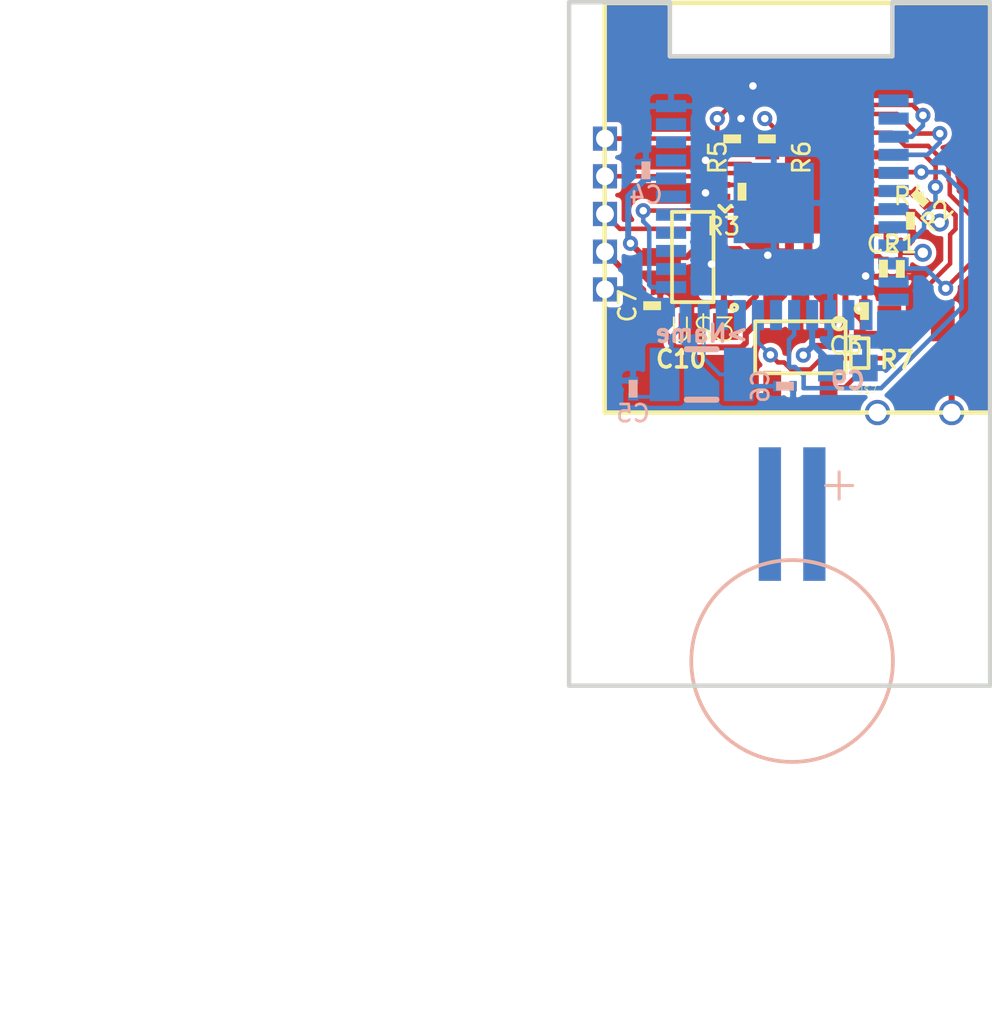
<source format=kicad_pcb>
(kicad_pcb (version 20171130) (host pcbnew "(5.0.2)-1")

  (general
    (thickness 1.6)
    (drawings 12)
    (tracks 274)
    (zones 0)
    (modules 25)
    (nets 50)
  )

  (page A4)
  (layers
    (0 Top signal)
    (1 L2.Cu signal)
    (2 L3.Cu signal)
    (31 Bottom signal)
    (32 B.Adhes user)
    (33 F.Adhes user)
    (34 B.Paste user)
    (35 F.Paste user)
    (36 B.SilkS user)
    (37 F.SilkS user)
    (38 B.Mask user)
    (39 F.Mask user)
    (40 Dwgs.User user)
    (41 Cmts.User user)
    (42 Eco1.User user)
    (43 Eco2.User user)
    (44 Edge.Cuts user)
    (45 Margin user)
    (46 B.CrtYd user)
    (47 F.CrtYd user)
    (48 B.Fab user)
    (49 F.Fab user)
  )

  (setup
    (last_trace_width 0.127)
    (trace_clearance 0.1524)
    (zone_clearance 0.508)
    (zone_45_only no)
    (trace_min 0.127)
    (segment_width 0.2)
    (edge_width 0.15)
    (via_size 0.508)
    (via_drill 0.254)
    (via_min_size 0.4)
    (via_min_drill 0.254)
    (uvia_size 0.3)
    (uvia_drill 0.1)
    (uvias_allowed no)
    (uvia_min_size 0.2)
    (uvia_min_drill 0.1)
    (pcb_text_width 0.3)
    (pcb_text_size 1.5 1.5)
    (mod_edge_width 0.15)
    (mod_text_size 1 1)
    (mod_text_width 0.15)
    (pad_size 1.524 1.524)
    (pad_drill 0.762)
    (pad_to_mask_clearance 0.051)
    (solder_mask_min_width 0.25)
    (aux_axis_origin 0 0)
    (visible_elements FFFFFF7F)
    (pcbplotparams
      (layerselection 0x010fc_ffffffff)
      (usegerberextensions false)
      (usegerberattributes false)
      (usegerberadvancedattributes false)
      (creategerberjobfile false)
      (excludeedgelayer true)
      (linewidth 0.100000)
      (plotframeref false)
      (viasonmask false)
      (mode 1)
      (useauxorigin false)
      (hpglpennumber 1)
      (hpglpenspeed 20)
      (hpglpendiameter 15.000000)
      (psnegative false)
      (psa4output false)
      (plotreference true)
      (plotvalue true)
      (plotinvisibletext false)
      (padsonsilk false)
      (subtractmaskfromsilk false)
      (outputformat 1)
      (mirror false)
      (drillshape 1)
      (scaleselection 1)
      (outputdirectory ""))
  )

  (net 0 "")
  (net 1 GND)
  (net 2 VCC)
  (net 3 "Net-(C5-Pad1)")
  (net 4 /CLKSRC)
  (net 5 3.3V)
  (net 6 "Net-(C2-Pad1)")
  (net 7 /C_EN)
  (net 8 "Net-(R2-Pad1)")
  (net 9 /PB4)
  (net 10 /PB3)
  (net 11 /BT_RXD)
  (net 12 /BT_TXD)
  (net 13 /BT_RTS)
  (net 14 /BT_CTS)
  (net 15 /WAKEMONITOR)
  (net 16 /PB2)
  (net 17 /PB1)
  (net 18 "Net-(U$1-PadP$8)")
  (net 19 "Net-(U$1-PadP$7)")
  (net 20 /MAXRST)
  (net 21 /AO_GPIO_0_WAKE)
  (net 22 "Net-(R3-Pad1)")
  (net 23 /SWDIO)
  (net 24 /SWDCLK)
  (net 25 "Net-(U$2-PadP$32)")
  (net 26 "Net-(U$2-PadP$31)")
  (net 27 "Net-(U$2-PadP$29)")
  (net 28 "Net-(U$2-PadP$25)")
  (net 29 "Net-(U$2-PadP$24)")
  (net 30 "Net-(U$2-PadP$23)")
  (net 31 "Net-(U$2-PadP$22)")
  (net 32 "Net-(U$2-PadP$19)")
  (net 33 "Net-(U$2-PadP$18)")
  (net 34 "Net-(U$2-PadP$17)")
  (net 35 "Net-(U$2-PadP$16)")
  (net 36 "Net-(U$2-PadP$13)")
  (net 37 "Net-(U$2-PadP$12)")
  (net 38 "Net-(U$2-PadP$10)")
  (net 39 "Net-(U$2-PadP$9)")
  (net 40 "Net-(U$2-PadP$8)")
  (net 41 "Net-(U$2-PadP$6)")
  (net 42 "Net-(U$2-PadP$5)")
  (net 43 "Net-(U$2-PadP$4)")
  (net 44 "Net-(U$2-PadP$3)")
  (net 45 "Net-(U$2-PadP$2)")
  (net 46 "Net-(D1-PadA)")
  (net 47 "Net-(U$4-PadP$5)")
  (net 48 /VBAT)
  (net 49 +5V)

  (net_class Default "This is the default net class."
    (clearance 0.1524)
    (trace_width 0.127)
    (via_dia 0.508)
    (via_drill 0.254)
    (uvia_dia 0.3)
    (uvia_drill 0.1)
    (add_net +5V)
    (add_net /AO_GPIO_0_WAKE)
    (add_net /BT_CTS)
    (add_net /BT_RTS)
    (add_net /BT_RXD)
    (add_net /BT_TXD)
    (add_net /CLKSRC)
    (add_net /C_EN)
    (add_net /MAXRST)
    (add_net /PB1)
    (add_net /PB2)
    (add_net /PB3)
    (add_net /PB4)
    (add_net /SWDCLK)
    (add_net /SWDIO)
    (add_net /VBAT)
    (add_net /WAKEMONITOR)
    (add_net 3.3V)
    (add_net GND)
    (add_net "Net-(C2-Pad1)")
    (add_net "Net-(C5-Pad1)")
    (add_net "Net-(D1-PadA)")
    (add_net "Net-(R2-Pad1)")
    (add_net "Net-(R3-Pad1)")
    (add_net "Net-(U$1-PadP$7)")
    (add_net "Net-(U$1-PadP$8)")
    (add_net "Net-(U$2-PadP$10)")
    (add_net "Net-(U$2-PadP$12)")
    (add_net "Net-(U$2-PadP$13)")
    (add_net "Net-(U$2-PadP$16)")
    (add_net "Net-(U$2-PadP$17)")
    (add_net "Net-(U$2-PadP$18)")
    (add_net "Net-(U$2-PadP$19)")
    (add_net "Net-(U$2-PadP$2)")
    (add_net "Net-(U$2-PadP$22)")
    (add_net "Net-(U$2-PadP$23)")
    (add_net "Net-(U$2-PadP$24)")
    (add_net "Net-(U$2-PadP$25)")
    (add_net "Net-(U$2-PadP$29)")
    (add_net "Net-(U$2-PadP$3)")
    (add_net "Net-(U$2-PadP$31)")
    (add_net "Net-(U$2-PadP$32)")
    (add_net "Net-(U$2-PadP$4)")
    (add_net "Net-(U$2-PadP$5)")
    (add_net "Net-(U$2-PadP$6)")
    (add_net "Net-(U$2-PadP$8)")
    (add_net "Net-(U$2-PadP$9)")
    (add_net "Net-(U$4-PadP$5)")
    (add_net VCC)
  )

  (module ringRemote:SOT-23-THIN (layer Top) (tedit 0) (tstamp 5C46A34B)
    (at 149.2011 105.1036 180)
    (path /649D799B)
    (fp_text reference U$4 (at 0 0 180) (layer F.SilkS) hide
      (effects (font (size 1.27 1.27) (thickness 0.15)) (justify right top))
    )
    (fp_text value TLV700 (at 0 0 180) (layer F.SilkS) hide
      (effects (font (size 1.27 1.27) (thickness 0.15)) (justify right top))
    )
    (fp_circle (center -2 1.3) (end -1.858582 1.3) (layer F.SilkS) (width 0.127))
    (fp_line (start 1.525 -0.875) (end -1.525 -0.875) (layer F.SilkS) (width 0.127))
    (fp_line (start 1.525 0.875) (end 1.525 -0.875) (layer F.SilkS) (width 0.127))
    (fp_line (start -1.525 0.875) (end 1.525 0.875) (layer F.SilkS) (width 0.127))
    (fp_line (start -1.525 -0.875) (end -1.525 0.875) (layer F.SilkS) (width 0.127))
    (pad P$5 smd rect (at -0.95 -1.35 180) (size 0.6 1.1) (layers Top F.Paste F.Mask)
      (net 47 "Net-(U$4-PadP$5)") (solder_mask_margin 0.0635))
    (pad P$4 smd rect (at 0.95 -1.35 180) (size 0.6 1.1) (layers Top F.Paste F.Mask)
      (solder_mask_margin 0.0635))
    (pad P$3 smd rect (at 0.95 1.35 180) (size 0.6 1.1) (layers Top F.Paste F.Mask)
      (net 49 +5V) (solder_mask_margin 0.0635))
    (pad P$2 smd rect (at 0 1.35 180) (size 0.6 1.1) (layers Top F.Paste F.Mask)
      (net 1 GND) (solder_mask_margin 0.0635))
    (pad P$1 smd rect (at -0.95 1.35 180) (size 0.6 1.1) (layers Top F.Paste F.Mask)
      (net 49 +5V) (solder_mask_margin 0.0635))
  )

  (module ringRemote:ATBTLC1000-ZR110CA (layer Bottom) (tedit 0) (tstamp 5C46A2E3)
    (at 148.3011 100.2436 180)
    (path /87B7DF34)
    (fp_text reference U$2 (at 0 0 180) (layer B.SilkS) hide
      (effects (font (size 1.27 1.27) (thickness 0.15)) (justify mirror))
    )
    (fp_text value ATBTLC1000-ZR110CA (at 0 0 180) (layer B.SilkS) hide
      (effects (font (size 1.27 1.27) (thickness 0.15)) (justify mirror))
    )
    (fp_line (start 3.4615 -3.7755) (end -4.0415 -3.7755) (layer B.Fab) (width 0.127))
    (fp_line (start 3.4615 6.7655) (end 3.4615 -3.7755) (layer B.Fab) (width 0.127))
    (fp_line (start -4.0415 6.7655) (end 3.4615 6.7655) (layer B.Fab) (width 0.127))
    (fp_line (start -4.0415 -3.7755) (end -4.0415 6.7655) (layer B.Fab) (width 0.127))
    (pad P$34 smd rect (at 2.9725 -3.7755 180) (size 0.406 1.016) (layers Bottom B.Paste B.Mask)
      (net 3 "Net-(C5-Pad1)") (solder_mask_margin 0.0635))
    (pad P$33 smd rect (at 2.3625 -3.7755 180) (size 0.406 1.016) (layers Bottom B.Paste B.Mask)
      (net 4 /CLKSRC) (solder_mask_margin 0.0635))
    (pad P$32 smd rect (at 1.7525 -3.7755 180) (size 0.406 1.016) (layers Bottom B.Paste B.Mask)
      (net 25 "Net-(U$2-PadP$32)") (solder_mask_margin 0.0635))
    (pad P$31 smd rect (at 1.1425 -3.7755 180) (size 0.406 1.016) (layers Bottom B.Paste B.Mask)
      (net 26 "Net-(U$2-PadP$31)") (solder_mask_margin 0.0635))
    (pad P$30 smd rect (at 0.5325 -3.7755 180) (size 0.406 1.016) (layers Bottom B.Paste B.Mask)
      (net 8 "Net-(R2-Pad1)") (solder_mask_margin 0.0635))
    (pad P$29 smd rect (at -0.0775 -3.7755 180) (size 0.406 1.016) (layers Bottom B.Paste B.Mask)
      (net 27 "Net-(U$2-PadP$29)") (solder_mask_margin 0.0635))
    (pad P$28 smd rect (at -0.6875 -3.7755 180) (size 0.406 1.016) (layers Bottom B.Paste B.Mask)
      (net 15 /WAKEMONITOR) (solder_mask_margin 0.0635))
    (pad P$27 smd rect (at -1.2975 -3.7755 180) (size 0.406 1.016) (layers Bottom B.Paste B.Mask)
      (net 2 VCC) (solder_mask_margin 0.0635))
    (pad P$26 smd rect (at -1.9075 -3.7755 180) (size 0.406 1.016) (layers Bottom B.Paste B.Mask)
      (net 1 GND) (solder_mask_margin 0.0635))
    (pad P$25 smd rect (at -2.5175 -3.7755 180) (size 0.406 1.016) (layers Bottom B.Paste B.Mask)
      (net 28 "Net-(U$2-PadP$25)") (solder_mask_margin 0.0635))
    (pad P$24 smd rect (at -3.1275 -3.7755 180) (size 0.406 1.016) (layers Bottom B.Paste B.Mask)
      (net 29 "Net-(U$2-PadP$24)") (solder_mask_margin 0.0635))
    (pad P$23 smd rect (at -4.0415 -3.2575 180) (size 1.016 0.406) (layers Bottom B.Paste B.Mask)
      (net 30 "Net-(U$2-PadP$23)") (solder_mask_margin 0.0635))
    (pad P$22 smd rect (at -4.0415 -2.6475 180) (size 1.016 0.406) (layers Bottom B.Paste B.Mask)
      (net 31 "Net-(U$2-PadP$22)") (solder_mask_margin 0.0635))
    (pad P$21 smd rect (at -4.0415 -2.0375 180) (size 1.016 0.406) (layers Bottom B.Paste B.Mask)
      (net 13 /BT_RTS) (solder_mask_margin 0.0635))
    (pad P$20 smd rect (at -4.0415 -1.4275 180) (size 1.016 0.406) (layers Bottom B.Paste B.Mask)
      (net 14 /BT_CTS) (solder_mask_margin 0.0635))
    (pad P$19 smd rect (at -4.0415 -0.8175 180) (size 1.016 0.406) (layers Bottom B.Paste B.Mask)
      (net 32 "Net-(U$2-PadP$19)") (solder_mask_margin 0.0635))
    (pad P$18 smd rect (at -4.0415 -0.2075 180) (size 1.016 0.406) (layers Bottom B.Paste B.Mask)
      (net 33 "Net-(U$2-PadP$18)") (solder_mask_margin 0.0635))
    (pad P$17 smd rect (at -4.0415 0.4025 180) (size 1.016 0.406) (layers Bottom B.Paste B.Mask)
      (net 34 "Net-(U$2-PadP$17)") (solder_mask_margin 0.0635))
    (pad P$16 smd rect (at -4.0415 1.0125 180) (size 1.016 0.406) (layers Bottom B.Paste B.Mask)
      (net 35 "Net-(U$2-PadP$16)") (solder_mask_margin 0.0635))
    (pad P$15 smd rect (at -4.0415 1.6225 180) (size 1.016 0.406) (layers Bottom B.Paste B.Mask)
      (net 12 /BT_TXD) (solder_mask_margin 0.0635))
    (pad P$14 smd rect (at -4.0415 2.2325 180) (size 1.016 0.406) (layers Bottom B.Paste B.Mask)
      (net 11 /BT_RXD) (solder_mask_margin 0.0635))
    (pad P$13 smd rect (at -4.0415 2.8425 180) (size 1.016 0.406) (layers Bottom B.Paste B.Mask)
      (net 36 "Net-(U$2-PadP$13)") (solder_mask_margin 0.0635))
    (pad P$12 smd rect (at -4.0415 3.4525 180) (size 1.016 0.406) (layers Bottom B.Paste B.Mask)
      (net 37 "Net-(U$2-PadP$12)") (solder_mask_margin 0.0635))
    (pad P$11 smd rect (at 3.4615 3.2645 180) (size 1.016 0.406) (layers Bottom B.Paste B.Mask)
      (net 1 GND) (solder_mask_margin 0.0635))
    (pad P$10 smd rect (at 3.4615 2.6545 180) (size 1.016 0.406) (layers Bottom B.Paste B.Mask)
      (net 38 "Net-(U$2-PadP$10)") (solder_mask_margin 0.0635))
    (pad P$9 smd rect (at 3.4615 2.0445 180) (size 1.016 0.406) (layers Bottom B.Paste B.Mask)
      (net 39 "Net-(U$2-PadP$9)") (solder_mask_margin 0.0635))
    (pad P$8 smd rect (at 3.4615 1.4345 180) (size 1.016 0.406) (layers Bottom B.Paste B.Mask)
      (net 40 "Net-(U$2-PadP$8)") (solder_mask_margin 0.0635))
    (pad P$7 smd rect (at 3.4615 0.8245 180) (size 1.016 0.406) (layers Bottom B.Paste B.Mask)
      (net 2 VCC) (solder_mask_margin 0.0635))
    (pad P$6 smd rect (at 3.4615 0.2145 180) (size 1.016 0.406) (layers Bottom B.Paste B.Mask)
      (net 41 "Net-(U$2-PadP$6)") (solder_mask_margin 0.0635))
    (pad P$5 smd rect (at 3.4615 -0.3955 180) (size 1.016 0.406) (layers Bottom B.Paste B.Mask)
      (net 42 "Net-(U$2-PadP$5)") (solder_mask_margin 0.0635))
    (pad P$4 smd rect (at 3.4615 -1.0055 180) (size 1.016 0.406) (layers Bottom B.Paste B.Mask)
      (net 43 "Net-(U$2-PadP$4)") (solder_mask_margin 0.0635))
    (pad P$3 smd rect (at 3.4615 -1.6155 180) (size 1.016 0.406) (layers Bottom B.Paste B.Mask)
      (net 44 "Net-(U$2-PadP$3)") (solder_mask_margin 0.0635))
    (pad P$2 smd rect (at 3.4615 -2.2255 180) (size 1.016 0.406) (layers Bottom B.Paste B.Mask)
      (net 45 "Net-(U$2-PadP$2)") (solder_mask_margin 0.0635))
    (pad P$1 smd rect (at 3.4615 -2.8355 180) (size 1.016 0.406) (layers Bottom B.Paste B.Mask)
      (net 21 /AO_GPIO_0_WAKE) (solder_mask_margin 0.0635))
    (pad P$35 smd rect (at 0 0 180) (size 2.705 2.705) (layers Bottom B.Paste B.Mask)
      (net 1 GND) (solder_mask_margin 0.0635))
  )

  (module ringRemote:0201 (layer Top) (tedit 0) (tstamp 5C46A2AC)
    (at 152.0011 102.4536)
    (descr "Perfect 0201 for Reflow Soldering\n<p>0.024\" L x 0.012\" W (0.60mm x 0.30mm)")
    (path /AC671DB5)
    (fp_text reference C2 (at 0 -0.83) (layer F.SilkS)
      (effects (font (size 0.57912 0.57912) (thickness 0.09144)))
    )
    (fp_text value 1uF (at 0 1.27) (layer F.Fab)
      (effects (font (size 0.77216 0.77216) (thickness 0.065024)))
    )
    (fp_poly (pts (xy -0.15 0.3) (xy 0.15 0.3) (xy 0.15 -0.3) (xy -0.15 -0.3)) (layer F.SilkS) (width 0))
    (pad 2 smd rect (at 0 0.275) (size 0.35 0.25) (layers Top F.Paste F.Mask)
      (net 1 GND) (solder_mask_margin 0.0635))
    (pad 1 smd rect (at 0 -0.275) (size 0.35 0.25) (layers Top F.Paste F.Mask)
      (net 6 "Net-(C2-Pad1)") (solder_mask_margin 0.0635))
  )

  (module ringRemote:0201 (layer Top) (tedit 0) (tstamp 5C46A2B2)
    (at 151.3611 103.8836 180)
    (descr "Perfect 0201 for Reflow Soldering\n<p>0.024\" L x 0.012\" W (0.60mm x 0.30mm)")
    (path /ECDD94AD)
    (fp_text reference C3 (at 0 -0.83 180) (layer F.SilkS)
      (effects (font (size 0.57912 0.57912) (thickness 0.09144)) (justify right top))
    )
    (fp_text value 1uF (at 0 1.27 180) (layer F.Fab)
      (effects (font (size 0.77216 0.77216) (thickness 0.065024)) (justify right top))
    )
    (fp_poly (pts (xy -0.15 0.3) (xy 0.15 0.3) (xy 0.15 -0.3) (xy -0.15 -0.3)) (layer F.SilkS) (width 0))
    (pad 2 smd rect (at 0 0.275 180) (size 0.35 0.25) (layers Top F.Paste F.Mask)
      (net 1 GND) (solder_mask_margin 0.0635))
    (pad 1 smd rect (at 0 -0.275 180) (size 0.35 0.25) (layers Top F.Paste F.Mask)
      (net 2 VCC) (solder_mask_margin 0.0635))
  )

  (module ringRemote:0201 (layer Top) (tedit 0) (tstamp 5C46A2B8)
    (at 153.2311 100.0836 225)
    (descr "Perfect 0201 for Reflow Soldering\n<p>0.024\" L x 0.012\" W (0.60mm x 0.30mm)")
    (path /B121436F)
    (fp_text reference R2 (at 0 -0.83 225) (layer F.SilkS)
      (effects (font (size 0.57912 0.57912) (thickness 0.09144)))
    )
    (fp_text value 100k (at 0 1.27 225) (layer F.Fab)
      (effects (font (size 0.77216 0.77216) (thickness 0.065024)))
    )
    (fp_poly (pts (xy -0.15 0.3) (xy 0.15 0.3) (xy 0.15 -0.3) (xy -0.15 -0.3)) (layer F.SilkS) (width 0))
    (pad 2 smd rect (at 0 0.275 225) (size 0.35 0.25) (layers Top F.Paste F.Mask)
      (net 7 /C_EN) (solder_mask_margin 0.0635))
    (pad 1 smd rect (at 0 -0.275 225) (size 0.35 0.25) (layers Top F.Paste F.Mask)
      (net 8 "Net-(R2-Pad1)") (solder_mask_margin 0.0635))
  )

  (module ringRemote:CRYSTAL-SMD-3.2X1.5MM (layer Bottom) (tedit 0) (tstamp 5C46A2BE)
    (at 145.87 106.02 180)
    (descr "<h3>3.2 x 1.5mm SMD Crystal Package</h3>\n<p>Example: <a href=\"http://www.sii.co.jp/en/quartz/files/2013/03/file_PRODUCT_MASTER_50812_GRAPHIC03.pdf\">SX-32S</a></p>")
    (path /7D89E2D8)
    (fp_text reference Y1 (at 0 0 180) (layer B.SilkS) hide
      (effects (font (size 1.27 1.27) (thickness 0.15)) (justify mirror))
    )
    (fp_text value 32.768kHz (at 0 0 180) (layer B.SilkS) hide
      (effects (font (size 1.27 1.27) (thickness 0.15)) (justify mirror))
    )
    (fp_text user >Value (at 0 -1.043 180) (layer B.Fab)
      (effects (font (size 0.57912 0.57912) (thickness 0.12192)) (justify top mirror))
    )
    (fp_text user >Name (at 0 1.043 180) (layer B.SilkS)
      (effects (font (size 0.57912 0.57912) (thickness 0.12192)) (justify bottom mirror))
    )
    (fp_line (start 0.5 -0.85) (end -0.5 -0.85) (layer B.SilkS) (width 0.2032))
    (fp_line (start -0.5 0.85) (end 0.5 0.85) (layer B.SilkS) (width 0.2032))
    (fp_line (start -1.6 -0.75) (end -1.6 0.75) (layer B.Fab) (width 0.127))
    (fp_line (start 1.6 -0.75) (end -1.6 -0.75) (layer B.Fab) (width 0.127))
    (fp_line (start 1.6 0.75) (end 1.6 -0.75) (layer B.Fab) (width 0.127))
    (fp_line (start -1.6 0.75) (end 1.6 0.75) (layer B.Fab) (width 0.127))
    (pad P$2 smd rect (at 1.25 0 180) (size 1 1.8) (layers Bottom B.Paste B.Mask)
      (net 3 "Net-(C5-Pad1)") (solder_mask_margin 0.0635))
    (pad P$1 smd rect (at -1.25 0 180) (size 1 1.8) (layers Bottom B.Paste B.Mask)
      (net 4 /CLKSRC) (solder_mask_margin 0.0635))
  )

  (module ringRemote:T2044+5C (layer Top) (tedit 0) (tstamp 5C46A2CB)
    (at 150.0811 99.8736 270)
    (path /89E33A62)
    (fp_text reference U$1 (at 0 0 270) (layer F.SilkS) hide
      (effects (font (size 1.27 1.27) (thickness 0.15)) (justify right top))
    )
    (fp_text value MAX32660 (at 0 0 270) (layer F.SilkS) hide
      (effects (font (size 1.27 1.27) (thickness 0.15)) (justify right top))
    )
    (pad P$20 smd rect (at -2 1.25 270) (size 0.8 0.3) (layers Top F.Paste F.Mask)
      (net 9 /PB4) (solder_mask_margin 0.0635))
    (pad P$19 smd rect (at -2 0.625 270) (size 0.8 0.3) (layers Top F.Paste F.Mask)
      (net 10 /PB3) (solder_mask_margin 0.0635))
    (pad P$18 smd rect (at -2 0 270) (size 0.8 0.3) (layers Top F.Paste F.Mask)
      (net 11 /BT_RXD) (solder_mask_margin 0.0635))
    (pad P$17 smd rect (at -2 -0.625 270) (size 0.8 0.3) (layers Top F.Paste F.Mask)
      (net 12 /BT_TXD) (solder_mask_margin 0.0635))
    (pad P$16 smd rect (at -2 -1.25 270) (size 0.8 0.3) (layers Top F.Paste F.Mask)
      (net 13 /BT_RTS) (solder_mask_margin 0.0635))
    (pad P$15 smd rect (at -1.25 -2 270) (size 0.3 0.8) (layers Top F.Paste F.Mask)
      (net 14 /BT_CTS) (solder_mask_margin 0.0635))
    (pad P$14 smd rect (at -0.625 -2 270) (size 0.3 0.8) (layers Top F.Paste F.Mask)
      (net 15 /WAKEMONITOR) (solder_mask_margin 0.0635))
    (pad P$13 smd rect (at 0 -2 270) (size 0.3 0.8) (layers Top F.Paste F.Mask)
      (net 7 /C_EN) (solder_mask_margin 0.0635))
    (pad P$12 smd rect (at 0.625 -2 270) (size 0.3 0.8) (layers Top F.Paste F.Mask)
      (net 16 /PB2) (solder_mask_margin 0.0635))
    (pad P$11 smd rect (at 1.25 -2 270) (size 0.3 0.8) (layers Top F.Paste F.Mask)
      (net 17 /PB1) (solder_mask_margin 0.0635))
    (pad P$10 smd rect (at 2 -1.25 270) (size 0.8 0.3) (layers Top F.Paste F.Mask)
      (net 6 "Net-(C2-Pad1)") (solder_mask_margin 0.0635))
    (pad P$9 smd rect (at 2 -0.625 270) (size 0.8 0.3) (layers Top F.Paste F.Mask)
      (net 2 VCC) (solder_mask_margin 0.0635))
    (pad P$8 smd rect (at 2 0 270) (size 0.8 0.3) (layers Top F.Paste F.Mask)
      (net 18 "Net-(U$1-PadP$8)") (solder_mask_margin 0.0635))
    (pad P$7 smd rect (at 2 0.625 270) (size 0.8 0.3) (layers Top F.Paste F.Mask)
      (net 19 "Net-(U$1-PadP$7)") (solder_mask_margin 0.0635))
    (pad P$6 smd rect (at 2 1.25 270) (size 0.8 0.3) (layers Top F.Paste F.Mask)
      (net 1 GND) (solder_mask_margin 0.0635))
    (pad P$5 smd rect (at 1.25 2 270) (size 0.3 0.8) (layers Top F.Paste F.Mask)
      (net 20 /MAXRST) (solder_mask_margin 0.0635))
    (pad P$4 smd rect (at 0.625 2 270) (size 0.3 0.8) (layers Top F.Paste F.Mask)
      (net 21 /AO_GPIO_0_WAKE) (solder_mask_margin 0.0635))
    (pad P$3 smd rect (at 0 2 270) (size 0.3 0.8) (layers Top F.Paste F.Mask)
      (net 22 "Net-(R3-Pad1)") (solder_mask_margin 0.0635))
    (pad P$2 smd rect (at -0.625 2 270) (size 0.3 0.8) (layers Top F.Paste F.Mask)
      (net 23 /SWDIO) (solder_mask_margin 0.0635))
    (pad P$1 smd rect (at -1.25 2 270) (size 0.3 0.8) (layers Top F.Paste F.Mask)
      (net 24 /SWDCLK) (solder_mask_margin 0.0635))
    (pad P$0 smd rect (at 0 0 270) (size 2.8 2.8) (layers Top F.Paste F.Mask)
      (net 1 GND) (solder_mask_margin 0.0635))
  )

  (module ringRemote:0201 (layer Bottom) (tedit 0) (tstamp 5C46A30D)
    (at 143.9911 99.1436)
    (descr "Perfect 0201 for Reflow Soldering\n<p>0.024\" L x 0.012\" W (0.60mm x 0.30mm)")
    (path /03F6E73E)
    (fp_text reference C4 (at 0 0.83) (layer B.SilkS)
      (effects (font (size 0.57912 0.57912) (thickness 0.09144)) (justify mirror))
    )
    (fp_text value 0.1uF (at 0 -1.27) (layer B.Fab)
      (effects (font (size 0.77216 0.77216) (thickness 0.065024)) (justify mirror))
    )
    (fp_poly (pts (xy -0.15 -0.3) (xy 0.15 -0.3) (xy 0.15 0.3) (xy -0.15 0.3)) (layer B.SilkS) (width 0))
    (pad 2 smd rect (at 0 -0.275) (size 0.35 0.25) (layers Bottom B.Paste B.Mask)
      (net 1 GND) (solder_mask_margin 0.0635))
    (pad 1 smd rect (at 0 0.275) (size 0.35 0.25) (layers Bottom B.Paste B.Mask)
      (net 2 VCC) (solder_mask_margin 0.0635))
  )

  (module ringRemote:0201 (layer Bottom) (tedit 0) (tstamp 5C46A313)
    (at 143.56 106.5)
    (descr "Perfect 0201 for Reflow Soldering\n<p>0.024\" L x 0.012\" W (0.60mm x 0.30mm)")
    (path /229F4700)
    (fp_text reference C5 (at 0 0.83) (layer B.SilkS)
      (effects (font (size 0.57912 0.57912) (thickness 0.09144)) (justify mirror))
    )
    (fp_text value 4pF (at 0 -1.27) (layer B.Fab)
      (effects (font (size 0.77216 0.77216) (thickness 0.065024)) (justify mirror))
    )
    (fp_poly (pts (xy -0.15 -0.3) (xy 0.15 -0.3) (xy 0.15 0.3) (xy -0.15 0.3)) (layer B.SilkS) (width 0))
    (pad 2 smd rect (at 0 -0.275) (size 0.35 0.25) (layers Bottom B.Paste B.Mask)
      (net 1 GND) (solder_mask_margin 0.0635))
    (pad 1 smd rect (at 0 0.275) (size 0.35 0.25) (layers Bottom B.Paste B.Mask)
      (net 3 "Net-(C5-Pad1)") (solder_mask_margin 0.0635))
  )

  (module ringRemote:0201 (layer Bottom) (tedit 0) (tstamp 5C46A319)
    (at 148.6811 106.4136 270)
    (descr "Perfect 0201 for Reflow Soldering\n<p>0.024\" L x 0.012\" W (0.60mm x 0.30mm)")
    (path /8D3E1FF2)
    (fp_text reference C6 (at 0 0.83 270) (layer B.SilkS)
      (effects (font (size 0.57912 0.57912) (thickness 0.09144)) (justify mirror))
    )
    (fp_text value 4pF (at 0 -1.27 270) (layer B.Fab)
      (effects (font (size 0.77216 0.77216) (thickness 0.065024)) (justify mirror))
    )
    (fp_poly (pts (xy -0.15 -0.3) (xy 0.15 -0.3) (xy 0.15 0.3) (xy -0.15 0.3)) (layer B.SilkS) (width 0))
    (pad 2 smd rect (at 0 -0.275 270) (size 0.35 0.25) (layers Bottom B.Paste B.Mask)
      (net 1 GND) (solder_mask_margin 0.0635))
    (pad 1 smd rect (at 0 0.275 270) (size 0.35 0.25) (layers Bottom B.Paste B.Mask)
      (net 4 /CLKSRC) (solder_mask_margin 0.0635))
  )

  (module ringRemote:0201 (layer Top) (tedit 0) (tstamp 5C46A31F)
    (at 147.2311 99.8636 180)
    (descr "Perfect 0201 for Reflow Soldering\n<p>0.024\" L x 0.012\" W (0.60mm x 0.30mm)")
    (path /94754E9C)
    (fp_text reference R3 (at 0 -0.83 180) (layer F.SilkS)
      (effects (font (size 0.57912 0.57912) (thickness 0.09144)) (justify right top))
    )
    (fp_text value 100k (at 0 1.27 180) (layer F.Fab)
      (effects (font (size 0.77216 0.77216) (thickness 0.065024)) (justify right top))
    )
    (fp_poly (pts (xy -0.15 0.3) (xy 0.15 0.3) (xy 0.15 -0.3) (xy -0.15 -0.3)) (layer F.SilkS) (width 0))
    (pad 2 smd rect (at 0 0.275 180) (size 0.35 0.25) (layers Top F.Paste F.Mask)
      (net 46 "Net-(D1-PadA)") (solder_mask_margin 0.0635))
    (pad 1 smd rect (at 0 -0.275 180) (size 0.35 0.25) (layers Top F.Paste F.Mask)
      (net 22 "Net-(R3-Pad1)") (solder_mask_margin 0.0635))
  )

  (module ringRemote:0201 (layer Top) (tedit 0) (tstamp 5C46A325)
    (at 152.5711 102.4636)
    (descr "Perfect 0201 for Reflow Soldering\n<p>0.024\" L x 0.012\" W (0.60mm x 0.30mm)")
    (path /6019A4D2)
    (fp_text reference R1 (at 0 -0.83) (layer F.SilkS)
      (effects (font (size 0.57912 0.57912) (thickness 0.09144)))
    )
    (fp_text value 100k (at 0 1.27) (layer F.Fab)
      (effects (font (size 0.77216 0.77216) (thickness 0.065024)))
    )
    (fp_poly (pts (xy -0.15 0.3) (xy 0.15 0.3) (xy 0.15 -0.3) (xy -0.15 -0.3)) (layer F.SilkS) (width 0))
    (pad 2 smd rect (at 0 0.275) (size 0.35 0.25) (layers Top F.Paste F.Mask)
      (net 1 GND) (solder_mask_margin 0.0635))
    (pad 1 smd rect (at 0 -0.275) (size 0.35 0.25) (layers Top F.Paste F.Mask)
      (net 17 /PB1) (solder_mask_margin 0.0635))
  )

  (module ringRemote:0201 (layer Top) (tedit 0) (tstamp 5C46A32B)
    (at 152.9111 100.8436)
    (descr "Perfect 0201 for Reflow Soldering\n<p>0.024\" L x 0.012\" W (0.60mm x 0.30mm)")
    (path /8EE1C540)
    (fp_text reference R4 (at 0 -0.83) (layer F.SilkS)
      (effects (font (size 0.57912 0.57912) (thickness 0.09144)))
    )
    (fp_text value 100k (at 0 1.27) (layer F.Fab)
      (effects (font (size 0.77216 0.77216) (thickness 0.065024)))
    )
    (fp_poly (pts (xy -0.15 0.3) (xy 0.15 0.3) (xy 0.15 -0.3) (xy -0.15 -0.3)) (layer F.SilkS) (width 0))
    (pad 2 smd rect (at 0 0.275) (size 0.35 0.25) (layers Top F.Paste F.Mask)
      (net 1 GND) (solder_mask_margin 0.0635))
    (pad 1 smd rect (at 0 -0.275) (size 0.35 0.25) (layers Top F.Paste F.Mask)
      (net 16 /PB2) (solder_mask_margin 0.0635))
  )

  (module ringRemote:0201 (layer Top) (tedit 0) (tstamp 5C46A331)
    (at 146.9 98.0836 90)
    (descr "Perfect 0201 for Reflow Soldering\n<p>0.024\" L x 0.012\" W (0.60mm x 0.30mm)")
    (path /FE9A178D)
    (fp_text reference R5 (at 0 -0.83 90) (layer F.SilkS)
      (effects (font (size 0.57912 0.57912) (thickness 0.09144)) (justify right top))
    )
    (fp_text value 100k (at 0 1.27 90) (layer F.Fab)
      (effects (font (size 0.77216 0.77216) (thickness 0.065024)) (justify right top))
    )
    (fp_poly (pts (xy -0.15 0.3) (xy 0.15 0.3) (xy 0.15 -0.3) (xy -0.15 -0.3)) (layer F.SilkS) (width 0))
    (pad 2 smd rect (at 0 0.275 90) (size 0.35 0.25) (layers Top F.Paste F.Mask)
      (net 1 GND) (solder_mask_margin 0.0635))
    (pad 1 smd rect (at 0 -0.275 90) (size 0.35 0.25) (layers Top F.Paste F.Mask)
      (net 10 /PB3) (solder_mask_margin 0.0635))
  )

  (module ringRemote:0201 (layer Top) (tedit 0) (tstamp 5C46A337)
    (at 148.0711 98.0836 270)
    (descr "Perfect 0201 for Reflow Soldering\n<p>0.024\" L x 0.012\" W (0.60mm x 0.30mm)")
    (path /2F997FB7)
    (fp_text reference R6 (at 0 -0.83 270) (layer F.SilkS)
      (effects (font (size 0.57912 0.57912) (thickness 0.09144)) (justify right top))
    )
    (fp_text value 100k (at 0 1.27 270) (layer F.Fab)
      (effects (font (size 0.77216 0.77216) (thickness 0.065024)) (justify right top))
    )
    (fp_poly (pts (xy -0.15 0.3) (xy 0.15 0.3) (xy 0.15 -0.3) (xy -0.15 -0.3)) (layer F.SilkS) (width 0))
    (pad 2 smd rect (at 0 0.275 270) (size 0.35 0.25) (layers Top F.Paste F.Mask)
      (net 1 GND) (solder_mask_margin 0.0635))
    (pad 1 smd rect (at 0 -0.275 270) (size 0.35 0.25) (layers Top F.Paste F.Mask)
      (net 9 /PB4) (solder_mask_margin 0.0635))
  )

  (module ringRemote:3-SOT-23 (layer Top) (tedit 0) (tstamp 5C46A33D)
    (at 145.5711 102.0636 180)
    (path /153D57C3)
    (fp_text reference U$3 (at -1.5 -2 180) (layer F.SilkS)
      (effects (font (size 0.77216 0.77216) (thickness 0.065024)) (justify right top))
    )
    (fp_text value TPS3839G25 (at 0 0 180) (layer F.SilkS) hide
      (effects (font (size 1.27 1.27) (thickness 0.15)) (justify right top))
    )
    (fp_circle (center -1.4 -1.7) (end -1.3 -1.7) (layer F.SilkS) (width 0.127))
    (fp_line (start -0.7 1.52) (end -0.7 -1.52) (layer F.SilkS) (width 0.127))
    (fp_line (start 0.7 1.52) (end -0.7 1.52) (layer F.SilkS) (width 0.127))
    (fp_line (start 0.7 -1.52) (end 0.7 1.52) (layer F.SilkS) (width 0.127))
    (fp_line (start -0.7 -1.52) (end 0.7 -1.52) (layer F.SilkS) (width 0.127))
    (pad P$3 smd rect (at 1.05 0 180) (size 1.3 0.6) (layers Top F.Paste F.Mask)
      (net 2 VCC) (solder_mask_margin 0.0635))
    (pad P$2 smd rect (at -1.05 0.95 180) (size 1.3 0.6) (layers Top F.Paste F.Mask)
      (net 20 /MAXRST) (solder_mask_margin 0.0635))
    (pad P$1 smd rect (at -1.05 -0.95 180) (size 1.3 0.6) (layers Top F.Paste F.Mask)
      (net 1 GND) (solder_mask_margin 0.0635))
  )

  (module ringRemote:DUMMY (layer Top) (tedit 0) (tstamp 5C46A348)
    (at 135.4011 126.9036)
    (descr "<h3>Dummy Footprint</h3>\n<p>NOTHING HERE!!! For when you want a symbol with no package as an option against symbols with a package.</p>\n\n<p>Devices using:\n<ul><li>BADGERHACK_LOGO</li>\n<li>FRAME-LETTER</li></ul></p>")
    (path /CC96BE83)
    (fp_text reference FRAME1 (at 0 0) (layer F.SilkS) hide
      (effects (font (size 1.27 1.27) (thickness 0.15)))
    )
    (fp_text value FRAME-LETTERNO_PACKAGE (at 0 0) (layer F.SilkS) hide
      (effects (font (size 1.27 1.27) (thickness 0.15)))
    )
  )

  (module ringRemote:0805 (layer Top) (tedit 0) (tstamp 5C46A358)
    (at 153.1011 104.3036 180)
    (descr "<p><b>Generic 2012 (0805) package</b></p>\n<p>0.2mm courtyard excess rounded to nearest 0.05mm.</p>")
    (path /48C938FD)
    (fp_text reference R7 (at 0 -0.889 180) (layer F.SilkS)
      (effects (font (size 0.57912 0.57912) (thickness 0.12192)) (justify right top))
    )
    (fp_text value 1.8k (at 0 0.889 180) (layer F.Fab)
      (effects (font (size 0.57912 0.57912) (thickness 0.12192)) (justify right top))
    )
    (fp_line (start -1.5 0.8) (end -1.5 -0.8) (layer Dwgs.User) (width 0.0508))
    (fp_line (start 1.5 0.8) (end -1.5 0.8) (layer Dwgs.User) (width 0.0508))
    (fp_line (start 1.5 -0.8) (end 1.5 0.8) (layer Dwgs.User) (width 0.0508))
    (fp_line (start -1.5 -0.8) (end 1.5 -0.8) (layer Dwgs.User) (width 0.0508))
    (pad 2 smd rect (at 0.9 0 180) (size 0.8 1.2) (layers Top F.Paste F.Mask)
      (net 2 VCC) (solder_mask_margin 0.0635))
    (pad 1 smd rect (at -0.9 0 180) (size 0.8 1.2) (layers Top F.Paste F.Mask)
      (net 48 /VBAT) (solder_mask_margin 0.0635))
  )

  (module ringRemote:ML621S (layer Bottom) (tedit 0) (tstamp 5C46A361)
    (at 148.9211 115.6736)
    (path /BCE09641)
    (fp_text reference U$5 (at 0 0) (layer B.SilkS) hide
      (effects (font (size 1.27 1.27) (thickness 0.15)) (justify mirror))
    )
    (fp_text value ML621S (at 0 0) (layer B.SilkS) hide
      (effects (font (size 1.27 1.27) (thickness 0.15)) (justify mirror))
    )
    (fp_text user + (at 2.4 -5.3) (layer B.SilkS)
      (effects (font (size 1.2065 1.2065) (thickness 0.1016)) (justify left bottom mirror))
    )
    (fp_circle (center 0 0) (end 3.4 0) (layer B.SilkS) (width 0.127))
    (pad P$2 smd rect (at -0.75 -4.95) (size 0.75 4.5) (layers Bottom B.Paste B.Mask)
      (net 1 GND) (solder_mask_margin 0.0635))
    (pad P$1 smd rect (at 0.75 -4.95) (size 0.75 4.5) (layers Bottom B.Paste B.Mask)
      (net 48 /VBAT) (solder_mask_margin 0.0635))
  )

  (module ringRemote:0201 (layer Top) (tedit 0) (tstamp 5C46A368)
    (at 144.2011 103.7036 90)
    (descr "Perfect 0201 for Reflow Soldering\n<p>0.024\" L x 0.012\" W (0.60mm x 0.30mm)")
    (path /A5E7C4B6)
    (fp_text reference C7 (at 0 -0.83 90) (layer F.SilkS)
      (effects (font (size 0.57912 0.57912) (thickness 0.09144)))
    )
    (fp_text value 1uF (at 0 1.27 90) (layer F.Fab)
      (effects (font (size 0.77216 0.77216) (thickness 0.065024)))
    )
    (fp_poly (pts (xy -0.15 0.3) (xy 0.15 0.3) (xy 0.15 -0.3) (xy -0.15 -0.3)) (layer F.SilkS) (width 0))
    (pad 2 smd rect (at 0 0.275 90) (size 0.35 0.25) (layers Top F.Paste F.Mask)
      (net 1 GND) (solder_mask_margin 0.0635))
    (pad 1 smd rect (at 0 -0.275 90) (size 0.35 0.25) (layers Top F.Paste F.Mask)
      (net 49 +5V) (solder_mask_margin 0.0635))
  )

  (module ringRemote:1X5_1.27MM (layer Top) (tedit 0) (tstamp 5C46A36E)
    (at 142.6111 100.6136 90)
    (path /CE08125E)
    (fp_text reference U$6 (at 0 0 90) (layer F.SilkS) hide
      (effects (font (size 1.27 1.27) (thickness 0.15)))
    )
    (fp_text value 1X5_1.27MM (at 0 0 90) (layer F.SilkS) hide
      (effects (font (size 1.27 1.27) (thickness 0.15)))
    )
    (pad P$5 thru_hole rect (at 2.54 0 90) (size 0.8128 0.8128) (drill 0.6) (layers *.Cu *.Mask)
      (net 24 /SWDCLK) (solder_mask_margin 0.0635))
    (pad P$4 thru_hole rect (at 1.27 0 90) (size 0.8128 0.8128) (drill 0.6) (layers *.Cu *.Mask)
      (net 23 /SWDIO) (solder_mask_margin 0.0635))
    (pad P$3 thru_hole rect (at 0 0 90) (size 0.8128 0.8128) (drill 0.6) (layers *.Cu *.Mask)
      (net 20 /MAXRST) (solder_mask_margin 0.0635))
    (pad P$2 thru_hole rect (at -1.27 0 90) (size 0.8128 0.8128) (drill 0.6) (layers *.Cu *.Mask)
      (net 49 +5V) (solder_mask_margin 0.0635))
    (pad P$1 thru_hole rect (at -2.54 0 90) (size 0.8128 0.8128) (drill 0.6) (layers *.Cu *.Mask)
      (net 1 GND) (solder_mask_margin 0.0635))
  )

  (module ringRemote:LED-0201 (layer Top) (tedit 0) (tstamp 5C46A376)
    (at 146.6611 99.8336 270)
    (path /73EBEDAD)
    (fp_text reference D1 (at 0 0 270) (layer F.SilkS) hide
      (effects (font (size 1.27 1.27) (thickness 0.15)) (justify right top))
    )
    (fp_text value ORANGE (at 0 0 270) (layer F.SilkS) hide
      (effects (font (size 1.27 1.27) (thickness 0.15)) (justify right top))
    )
    (fp_line (start 0.7 0) (end 0.5 0.2) (layer F.SilkS) (width 0.127))
    (fp_line (start 0.5 -0.2) (end 0.7 0) (layer F.SilkS) (width 0.127))
    (pad C smd rect (at 0.2 0 270) (size 0.2 0.35) (layers Top F.Paste F.Mask)
      (net 1 GND) (solder_mask_margin 0.0635))
    (pad A smd rect (at -0.2 0 270) (size 0.2 0.35) (layers Top F.Paste F.Mask)
      (net 46 "Net-(D1-PadA)") (solder_mask_margin 0.0635))
  )

  (module ringRemote:SSSMINI2 (layer Top) (tedit 0) (tstamp 5C46A37D)
    (at 151.2011 105.3036 180)
    (path /63C62AE7)
    (fp_text reference U$7 (at -0.6 -1.1 180) (layer F.SilkS)
      (effects (font (size 0.2413 0.2413) (thickness 0.02032)) (justify right top))
    )
    (fp_text value DB2731400L (at 0 0 180) (layer F.SilkS) hide
      (effects (font (size 1.27 1.27) (thickness 0.15)) (justify right top))
    )
    (fp_circle (center 0.7 1) (end 0.9 1) (layer F.SilkS) (width 0.127))
    (fp_line (start -0.3 0.5) (end -0.3 -0.5) (layer F.SilkS) (width 0.127))
    (fp_line (start 0.3 0.5) (end -0.3 0.5) (layer F.SilkS) (width 0.127))
    (fp_line (start 0.3 -0.5) (end 0.3 0.5) (layer F.SilkS) (width 0.127))
    (fp_line (start -0.3 -0.5) (end 0.3 -0.5) (layer F.SilkS) (width 0.127))
    (pad P$2 smd rect (at 0 -0.65 180) (size 0.4 0.3) (layers Top F.Paste F.Mask)
      (net 47 "Net-(U$4-PadP$5)") (solder_mask_margin 0.0635))
    (pad P$1 smd rect (at 0 0.65 180) (size 0.4 0.3) (layers Top F.Paste F.Mask)
      (net 2 VCC) (solder_mask_margin 0.0635))
  )

  (module ringRemote:0402 (layer Bottom) (tedit 0) (tstamp 5C46A387)
    (at 150.8011 105.8036)
    (descr "<p><b>Generic 1005 (0402) package</b></p>\n<p>0.2mm courtyard excess rounded to nearest 0.05mm.</p>")
    (path /BE642B3C)
    (fp_text reference C9 (at 0 0.762) (layer B.SilkS)
      (effects (font (size 0.57912 0.57912) (thickness 0.12192)) (justify bottom mirror))
    )
    (fp_text value 10uF (at 0 -0.762) (layer B.Fab)
      (effects (font (size 0.57912 0.57912) (thickness 0.12192)) (justify top mirror))
    )
    (fp_poly (pts (xy -0.1999 -0.3) (xy 0.1999 -0.3) (xy 0.1999 0.3) (xy -0.1999 0.3)) (layer B.Adhes) (width 0))
    (fp_poly (pts (xy 0.2588 -0.3048) (xy 0.5588 -0.3048) (xy 0.5588 0.3048) (xy 0.2588 0.3048)) (layer B.Fab) (width 0))
    (fp_poly (pts (xy -0.554 -0.3048) (xy -0.254 -0.3048) (xy -0.254 0.3048) (xy -0.554 0.3048)) (layer B.Fab) (width 0))
    (fp_line (start -1.2 -0.65) (end -1.2 0.65) (layer Dwgs.User) (width 0.0508))
    (fp_line (start 1.2 -0.65) (end -1.2 -0.65) (layer Dwgs.User) (width 0.0508))
    (fp_line (start 1.2 0.65) (end 1.2 -0.65) (layer Dwgs.User) (width 0.0508))
    (fp_line (start -1.2 0.65) (end 1.2 0.65) (layer Dwgs.User) (width 0.0508))
    (fp_line (start 0.2704 -0.2286) (end -0.2704 -0.2286) (layer B.Fab) (width 0.1524))
    (fp_line (start -0.2704 0.2286) (end 0.2704 0.2286) (layer B.Fab) (width 0.1524))
    (pad 2 smd rect (at 0.58 0) (size 0.85 0.9) (layers Bottom B.Paste B.Mask)
      (net 1 GND) (solder_mask_margin 0.0635))
    (pad 1 smd rect (at -0.58 0) (size 0.85 0.9) (layers Bottom B.Paste B.Mask)
      (net 2 VCC) (solder_mask_margin 0.0635))
  )

  (module ringRemote:0402 (layer Top) (tedit 0) (tstamp 5C46A395)
    (at 146.1011 104.4036 180)
    (descr "<p><b>Generic 1005 (0402) package</b></p>\n<p>0.2mm courtyard excess rounded to nearest 0.05mm.</p>")
    (path /256605FB)
    (fp_text reference C10 (at 0 -0.762 180) (layer F.SilkS)
      (effects (font (size 0.57912 0.57912) (thickness 0.12192)) (justify right top))
    )
    (fp_text value 10uF (at 0 0.762 180) (layer F.Fab)
      (effects (font (size 0.57912 0.57912) (thickness 0.12192)) (justify right top))
    )
    (fp_poly (pts (xy -0.1999 0.3) (xy 0.1999 0.3) (xy 0.1999 -0.3) (xy -0.1999 -0.3)) (layer F.Adhes) (width 0))
    (fp_poly (pts (xy 0.2588 0.3048) (xy 0.5588 0.3048) (xy 0.5588 -0.3048) (xy 0.2588 -0.3048)) (layer F.Fab) (width 0))
    (fp_poly (pts (xy -0.554 0.3048) (xy -0.254 0.3048) (xy -0.254 -0.3048) (xy -0.554 -0.3048)) (layer F.Fab) (width 0))
    (fp_line (start -1.2 0.65) (end -1.2 -0.65) (layer Dwgs.User) (width 0.0508))
    (fp_line (start 1.2 0.65) (end -1.2 0.65) (layer Dwgs.User) (width 0.0508))
    (fp_line (start 1.2 -0.65) (end 1.2 0.65) (layer Dwgs.User) (width 0.0508))
    (fp_line (start -1.2 -0.65) (end 1.2 -0.65) (layer Dwgs.User) (width 0.0508))
    (fp_line (start 0.2704 0.2286) (end -0.2704 0.2286) (layer F.Fab) (width 0.1524))
    (fp_line (start -0.2704 -0.2286) (end 0.2704 -0.2286) (layer F.Fab) (width 0.1524))
    (pad 2 smd rect (at 0.58 0 180) (size 0.85 0.9) (layers Top F.Paste F.Mask)
      (net 1 GND) (solder_mask_margin 0.0635))
    (pad 1 smd rect (at -0.58 0 180) (size 0.85 0.9) (layers Top F.Paste F.Mask)
      (net 2 VCC) (solder_mask_margin 0.0635))
  )

  (gr_line (start 152.3 93.48) (end 155.601 93.48) (layer Edge.Cuts) (width 0.15))
  (gr_line (start 152.3 95.3) (end 152.3 93.48) (layer Edge.Cuts) (width 0.15))
  (gr_line (start 144.8 95.3) (end 152.3 95.3) (layer Edge.Cuts) (width 0.15))
  (gr_line (start 144.8 93.48) (end 144.8 95.3) (layer Edge.Cuts) (width 0.15))
  (gr_line (start 141.4011 116.5036) (end 155.6011 116.5036) (layer Edge.Cuts) (width 0.15) (tstamp 183A5B40))
  (gr_line (start 155.6011 116.5036) (end 155.6011 93.48) (layer Edge.Cuts) (width 0.15) (tstamp 183A6C20))
  (gr_line (start 144.8 93.48) (end 141.4011 93.48) (layer Edge.Cuts) (width 0.15) (tstamp 183A5D20))
  (gr_line (start 141.4011 93.48) (end 141.4011 116.5036) (layer Edge.Cuts) (width 0.15) (tstamp 183A5F00))
  (gr_line (start 142.6011 93.5036) (end 142.6011 107.3036) (layer F.SilkS) (width 0.15) (tstamp 183A7080))
  (gr_line (start 142.6011 107.3036) (end 155.6011 107.3036) (layer F.SilkS) (width 0.15) (tstamp 183A7440))
  (gr_line (start 155.6011 107.3036) (end 155.6011 93.5036) (layer F.SilkS) (width 0.15) (tstamp 183A7120))
  (gr_line (start 155.6011 93.5036) (end 142.6011 93.5036) (layer F.SilkS) (width 0.15) (tstamp 183A73A0))

  (segment (start 144.8511 106.0236) (end 144.8511 104.7536) (width 0.1524) (layer Bottom) (net 3) (tstamp DDEE5E0))
  (segment (start 145.3286 104.2761) (end 145.3286 104.0191) (width 0.1524) (layer Bottom) (net 3) (tstamp DDED140))
  (segment (start 144.8511 104.7536) (end 145.3286 104.2761) (width 0.1524) (layer Bottom) (net 3) (tstamp DDEF120))
  (segment (start 144.7011 106.8036) (end 144.8511 106.6536) (width 0.1524) (layer Bottom) (net 3) (tstamp DDEEE00))
  (segment (start 144.8511 106.6536) (end 144.8511 106.0236) (width 0.1524) (layer Bottom) (net 3) (tstamp DDED320))
  (segment (start 148.4061 106.4136) (end 147.1911 106.4136) (width 0.1524) (layer Bottom) (net 4) (tstamp DDEEA40))
  (segment (start 147.1011 106.5036) (end 147.1911 106.4136) (width 0.1524) (layer Bottom) (net 4) (tstamp DDEE220))
  (segment (start 147.3511 106.0236) (end 147.1011 106.2736) (width 0.1524) (layer Bottom) (net 4) (tstamp DDEE7C0))
  (segment (start 147.1011 106.2736) (end 147.1011 106.5036) (width 0.1524) (layer Bottom) (net 4) (tstamp DDEF1C0))
  (segment (start 151.8597 102.0372) (end 152.0011 102.1786) (width 0.1524) (layer Top) (net 6) (tstamp DDED8C0))
  (segment (start 151.3311 101.8736) (end 151.4947 102.0372) (width 0.1524) (layer Top) (net 6) (tstamp DDED1E0))
  (segment (start 151.4947 102.0372) (end 151.8597 102.0372) (width 0.1524) (layer Top) (net 6) (tstamp DDED960))
  (via (at 146.0011 98.8036) (size 0.508) (drill 0.254) (layers Top Bottom) (net 1) (tstamp 17C67500))
  (via (at 147.2 97.4) (size 0.508) (drill 0.254) (layers Top Bottom) (net 1) (tstamp 17C678C0))
  (segment (start 148.8311 101.8736) (end 148.8311 101.1236) (width 0.1524) (layer Top) (net 1) (tstamp 17C66EC0))
  (segment (start 148.8311 101.1236) (end 150.0811 99.8736) (width 0.1524) (layer Top) (net 1) (tstamp 17C68220))
  (segment (start 145.959678 98.845022) (end 146.0011 98.8036) (width 0.1524) (layer Top) (net 1) (tstamp 17C671E0))
  (via (at 146.0011 99.9036) (size 0.508) (drill 0.254) (layers Top Bottom) (net 1) (tstamp 17C67140))
  (via (at 151.8011 107.3036) (size 0.854) (drill 0.6) (layers Top Bottom) (net 5) (tstamp 17C67BE0))
  (via (at 151.4011 102.7036) (size 0.508) (drill 0.254) (layers Top Bottom) (net 1) (tstamp 17C68D60))
  (via (at 148.1011 102.0036) (size 0.508) (drill 0.254) (layers Top Bottom) (net 1) (tstamp 17C67E60))
  (via (at 146.2011 102.3036) (size 0.508) (drill 0.254) (layers Top Bottom) (net 1) (tstamp 17C68540))
  (segment (start 150.740787 104.825) (end 150.8747 104.958913) (width 0.1524) (layer Bottom) (net 1) (tstamp 17C66D80))
  (segment (start 150.8747 104.958913) (end 150.8747 104.9972) (width 0.1524) (layer Bottom) (net 1) (tstamp 17C682C0))
  (segment (start 150.2086 104.443388) (end 150.2086 104.0191) (width 0.1524) (layer Bottom) (net 1) (tstamp 17C68360))
  (segment (start 150.590212 104.825) (end 150.740787 104.825) (width 0.1524) (layer Bottom) (net 1) (tstamp 17C67280))
  (via (at 147.6 96.3) (size 0.508) (drill 0.254) (layers Top Bottom) (net 1))
  (segment (start 152.7675 102.5422) (end 152.5711 102.7386) (width 0.1524) (layer Top) (net 1))
  (segment (start 152.9111 101.1186) (end 153.1655 101.373) (width 0.1524) (layer Top) (net 1))
  (segment (start 153.1655 101.373) (end 153.56829 101.373) (width 0.1524) (layer Top) (net 1))
  (segment (start 153.56829 101.373) (end 153.860601 101.665311) (width 0.1524) (layer Top) (net 1))
  (segment (start 153.860601 101.665311) (end 153.860601 102.174689) (width 0.1524) (layer Top) (net 1))
  (segment (start 153.860601 102.174689) (end 153.49309 102.5422) (width 0.1524) (layer Top) (net 1))
  (segment (start 153.49309 102.5422) (end 152.7675 102.5422) (width 0.1524) (layer Top) (net 1))
  (via (at 148.19 105.36) (size 0.508) (drill 0.254) (layers Top Bottom) (net 8) (tstamp 17C67640))
  (segment (start 153.520496 100.373) (end 153.425553 100.278057) (width 0.1524) (layer Top) (net 8) (tstamp 17C6A7A0))
  (segment (start 154.120887 100.373) (end 153.520496 100.373) (width 0.1524) (layer Top) (net 8) (tstamp 17C69DA0))
  (segment (start 154.4317 100.683813) (end 154.120887 100.373) (width 0.1524) (layer Top) (net 8) (tstamp 17C6A840))
  (segment (start 147.5361 100.1386) (end 147.2311 100.1386) (width 0.1524) (layer Top) (net 22) (tstamp 17C6AB60))
  (segment (start 148.0811 99.8736) (end 147.8011 99.8736) (width 0.1524) (layer Top) (net 22) (tstamp 17C6AD40))
  (segment (start 147.8011 99.8736) (end 147.5361 100.1386) (width 0.1524) (layer Top) (net 22) (tstamp 17C6AC00))
  (via (at 154.1011 103.1164) (size 0.508) (drill 0.254) (layers Top Bottom) (net 13) (tstamp 17C69120))
  (via (at 153.7549 99.7036) (size 0.508) (drill 0.254) (layers Top Bottom) (net 14) (tstamp 17C69C60))
  (segment (start 153.7549 100.2588) (end 153.7549 99.7036) (width 0.1524) (layer Bottom) (net 14) (tstamp 17C6A340))
  (segment (start 153.7613 99.0037) (end 153.7613 99.4035) (width 0.1524) (layer Top) (net 14) (tstamp 17C6A3E0))
  (segment (start 153.7613 99.4035) (end 153.7549 99.4099) (width 0.1524) (layer Top) (net 14) (tstamp 17C69080))
  (segment (start 153.7549 99.4099) (end 153.7549 99.7036) (width 0.1524) (layer Top) (net 14) (tstamp 17C696C0))
  (segment (start 152.0811 98.6236) (end 153.3812 98.6236) (width 0.1524) (layer Top) (net 14) (tstamp 17C6A480))
  (segment (start 153.3812 98.6236) (end 153.7613 99.0037) (width 0.1524) (layer Top) (net 14) (tstamp 17C6A520))
  (segment (start 152.3426 98.6211) (end 153.4836 98.6211) (width 0.1524) (layer Bottom) (net 12) (tstamp 17C6B420))
  (segment (start 153.9011 98.2036) (end 153.9011 97.9036) (width 0.1524) (layer Bottom) (net 12) (tstamp 17C6B560))
  (via (at 153.9011 97.9036) (size 0.508) (drill 0.254) (layers Top Bottom) (net 12) (tstamp 17C6B6A0))
  (segment (start 153.4836 98.6211) (end 153.9011 98.2036) (width 0.1524) (layer Bottom) (net 12) (tstamp 17C6B740))
  (via (at 153.3332 97.2908) (size 0.508) (drill 0.254) (layers Top Bottom) (net 11) (tstamp 17C6B880))
  (segment (start 153.3332 97.6357) (end 152.9578 98.0111) (width 0.1524) (layer Bottom) (net 11) (tstamp 17C6BEC0))
  (segment (start 152.9578 98.0111) (end 152.3426 98.0111) (width 0.1524) (layer Bottom) (net 11) (tstamp 17C65660))
  (segment (start 153.3332 97.6357) (end 153.3332 97.2908) (width 0.1524) (layer Bottom) (net 11) (tstamp 17C650C0))
  (via (at 153.2787 99.2036) (size 0.508) (drill 0.254) (layers Top Bottom) (net 15) (tstamp 17C65C00))
  (segment (start 153.090787 99.205) (end 152.1247 99.205) (width 0.1524) (layer Top) (net 15) (tstamp 17C64620))
  (segment (start 152.1247 99.205) (end 152.0811 99.2486) (width 0.1524) (layer Top) (net 15) (tstamp 17C657A0))
  (segment (start 153.2787 99.2036) (end 152.1261 99.2036) (width 0.1524) (layer Top) (net 15) (tstamp 17C65340))
  (segment (start 152.1261 99.2036) (end 152.1247 99.205) (width 0.1524) (layer Top) (net 15) (tstamp 17C65D40))
  (segment (start 154.0011 99.2036) (end 154.0011 99.2036) (width 0.1524) (layer Bottom) (net 15) (tstamp 17C662E0))
  (segment (start 152.0811 99.8736) (end 152.096646 99.889147) (width 0.1524) (layer Top) (net 7) (tstamp 17C65840))
  (segment (start 152.096646 99.889147) (end 153.036643 99.889147) (width 0.1524) (layer Top) (net 7) (tstamp 17C64DA0))
  (via (at 143.9011 100.5036) (size 0.508) (drill 0.254) (layers Top Bottom) (net 21) (tstamp 17C64F80))
  (segment (start 143.9061 100.4986) (end 143.9011 100.5036) (width 0.1524) (layer Top) (net 21) (tstamp 17C66740))
  (segment (start 148.0811 100.4986) (end 143.9061 100.4986) (width 0.1524) (layer Top) (net 21) (tstamp 17C65160))
  (segment (start 146.4911 101.1236) (end 148.0811 101.1236) (width 0.1524) (layer Top) (net 20) (tstamp 17C652A0))
  (segment (start 146.4911 101.1236) (end 146.6211 101.1136) (width 0.1524) (layer Top) (net 20) (tstamp 17C66240))
  (segment (start 146.6211 101.1136) (end 146.3111 101.1136) (width 0.1524) (layer Top) (net 20) (tstamp 17C64940))
  (segment (start 142.6407 100.6432) (end 142.6111 100.6136) (width 0.1524) (layer Bottom) (net 20) (tstamp 17C644E0))
  (segment (start 146.6211 101.1136) (end 143.1111 101.1136) (width 0.1524) (layer Top) (net 20) (tstamp 17C66380))
  (segment (start 143.1111 101.1136) (end 142.6111 100.6136) (width 0.1524) (layer Top) (net 20) (tstamp 17C65AC0))
  (segment (start 150.1511 106.4536) (end 150.7011 106.4536) (width 0.1524) (layer Top) (net 47) (tstamp 17C661A0))
  (segment (start 150.7011 106.4536) (end 151.2011 105.9536) (width 0.1524) (layer Top) (net 47) (tstamp 17C65E80))
  (segment (start 150.7061 102.515313) (end 150.718387 102.5276) (width 0.1524) (layer Top) (net 2) (tstamp 17C64580))
  (segment (start 150.718387 102.5276) (end 150.718387 101.885888) (width 0.2032) (layer Top) (net 2) (tstamp 17C64A80))
  (segment (start 150.718387 101.885888) (end 150.7061 101.8736) (width 0.2032) (layer Top) (net 2) (tstamp 17C64BC0))
  (via (at 149.299081 105.37) (size 0.508) (drill 0.254) (layers Top Bottom) (net 2) (tstamp 17C87FD0))
  (segment (start 150.718387 102.5276) (end 150.7201 102.5276) (width 0.2032) (layer Top) (net 2) (tstamp 17C872B0))
  (segment (start 151.2011 104.6536) (end 151.3011 104.6536) (width 0.2032) (layer Top) (net 2) (tstamp 17C86C70))
  (segment (start 151.3011 104.6536) (end 151.632675 104.6536) (width 0.2032) (layer Top) (net 2) (tstamp 17C87490))
  (segment (start 152.0011 104.3956) (end 152.3011 104.0956) (width 0.2032) (layer Top) (net 2) (tstamp 17C86B30))
  (segment (start 152.3011 104.0956) (end 152.2011 104.3036) (width 0.2032) (layer Top) (net 2) (tstamp 17C878F0))
  (segment (start 151.3611 104.1586) (end 151.3011 104.2186) (width 0.2032) (layer Top) (net 2) (tstamp 17C868B0))
  (segment (start 151.3011 104.2186) (end 151.3011 104.6536) (width 0.2032) (layer Top) (net 2) (tstamp 17C86F90))
  (segment (start 150.7201 103.6376) (end 151.3011 104.2186) (width 0.2032) (layer Top) (net 2) (tstamp 17C87990))
  (segment (start 150.7201 102.5276) (end 150.7201 103.6376) (width 0.2032) (layer Top) (net 2) (tstamp 17C88070))
  (segment (start 151.2011 104.6536) (end 150.7987 105.056) (width 0.2032) (layer Top) (net 2) (tstamp 17C87CB0))
  (segment (start 144.5211 102.0636) (end 144.6411 101.9436) (width 0.2032) (layer Top) (net 2) (tstamp 17C86EF0))
  (segment (start 143.9911 99.4186) (end 144.8391 99.4186) (width 0.1524) (layer Bottom) (net 2) (tstamp 17C88570))
  (segment (start 144.8391 99.4186) (end 144.8396 99.4191) (width 0.1524) (layer Bottom) (net 2) (tstamp 17C86D10))
  (via (at 143.4711 101.6036) (size 0.508) (drill 0.254) (layers Top Bottom) (net 2) (tstamp 17C873F0))
  (segment (start 143.9911 99.4186) (end 143.3931 100.0166) (width 0.2032) (layer Bottom) (net 2) (tstamp 17C87850))
  (segment (start 144.4611 102.0036) (end 144.5211 102.0636) (width 0.2032) (layer Top) (net 2) (tstamp 17C88A70))
  (segment (start 143.4711 101.6036) (end 143.8111 101.9436) (width 0.2032) (layer Top) (net 2) (tstamp 17C87030))
  (segment (start 143.8111 101.9436) (end 144.6411 101.9436) (width 0.2032) (layer Top) (net 2) (tstamp 17C88D90))
  (segment (start 143.3931 100.0166) (end 143.3931 101.5256) (width 0.2032) (layer Bottom) (net 2) (tstamp 17C87710))
  (segment (start 143.3931 101.5256) (end 143.4711 101.6036) (width 0.2032) (layer Bottom) (net 2) (tstamp 17C886B0))
  (segment (start 149.5986 104.0191) (end 149.5986 104.994838) (width 0.2032) (layer Bottom) (net 2) (tstamp 17C88CF0))
  (segment (start 149.5986 104.994838) (end 150.107362 105.5036) (width 0.2032) (layer Bottom) (net 2) (tstamp 17C86950))
  (segment (start 150.107362 105.5036) (end 150.2211 105.8036) (width 0.2032) (layer Bottom) (net 2) (tstamp 17C86DB0))
  (segment (start 151.8511 104.6536) (end 152.2011 104.3036) (width 0.2032) (layer Top) (net 2))
  (segment (start 151.2011 104.6536) (end 151.8511 104.6536) (width 0.2032) (layer Top) (net 2))
  (segment (start 149.5986 105.070481) (end 149.299081 105.37) (width 0.2032) (layer Bottom) (net 2))
  (segment (start 149.5986 104.0191) (end 149.5986 105.070481) (width 0.2032) (layer Bottom) (net 2))
  (segment (start 149.613081 105.056) (end 149.299081 105.37) (width 0.2032) (layer Top) (net 2))
  (segment (start 150.22 105.056) (end 149.613081 105.056) (width 0.2032) (layer Top) (net 2))
  (segment (start 150.22 105.056) (end 149.652962 105.056) (width 0.2032) (layer Top) (net 2))
  (segment (start 150.7987 105.056) (end 150.22 105.056) (width 0.2032) (layer Top) (net 2))
  (segment (start 147.6971 102.737175) (end 147.906675 102.5276) (width 0.2032) (layer Top) (net 2))
  (segment (start 146.6811 104.4036) (end 147.6971 103.3876) (width 0.2032) (layer Top) (net 2))
  (segment (start 147.6971 103.3876) (end 147.6971 102.737175) (width 0.2032) (layer Top) (net 2))
  (segment (start 147.873258 102.5276) (end 148.12 102.5276) (width 0.2032) (layer Top) (net 2))
  (segment (start 147.141257 101.795599) (end 147.873258 102.5276) (width 0.2032) (layer Top) (net 2))
  (segment (start 145.3743 102.0636) (end 145.642301 101.795599) (width 0.2032) (layer Top) (net 2))
  (segment (start 144.5211 102.0636) (end 145.3743 102.0636) (width 0.2032) (layer Top) (net 2))
  (segment (start 148.12 102.5276) (end 150.718387 102.5276) (width 0.2032) (layer Top) (net 2))
  (segment (start 145.642301 101.795599) (end 147.141257 101.795599) (width 0.2032) (layer Top) (net 2))
  (segment (start 147.906675 102.5276) (end 148.12 102.5276) (width 0.2032) (layer Top) (net 2))
  (segment (start 144.62 106.42) (end 144.62 106.02) (width 0.127) (layer Bottom) (net 3))
  (segment (start 144.265 106.775) (end 144.62 106.42) (width 0.127) (layer Bottom) (net 3))
  (segment (start 143.56 106.775) (end 144.265 106.775) (width 0.127) (layer Bottom) (net 3))
  (segment (start 146.6987 106.0236) (end 147.3511 106.0236) (width 0.1524) (layer Bottom) (net 4))
  (segment (start 146.493 106.02) (end 147.12 106.02) (width 0.127) (layer Bottom) (net 4))
  (segment (start 145.9386 105.4656) (end 146.493 106.02) (width 0.127) (layer Bottom) (net 4))
  (segment (start 145.9386 104.0191) (end 145.9386 105.4656) (width 0.127) (layer Bottom) (net 4))
  (segment (start 154.060844 100.278054) (end 154.4317 100.64891) (width 0.1524) (layer Top) (net 8))
  (segment (start 153.425554 100.278054) (end 154.060844 100.278054) (width 0.1524) (layer Top) (net 8))
  (segment (start 154.4317 100.64891) (end 154.4317 100.8) (width 0.1524) (layer Top) (net 8))
  (segment (start 154.4317 100.8) (end 154.4317 100.683813) (width 0.1524) (layer Top) (net 8))
  (segment (start 154.249353 101.305735) (end 154.4317 101.123388) (width 0.1524) (layer Top) (net 8))
  (segment (start 153.3725 103.1625) (end 154.249353 102.285647) (width 0.1524) (layer Top) (net 8))
  (segment (start 153.3725 104.543682) (end 153.3725 103.1625) (width 0.1524) (layer Top) (net 8))
  (segment (start 152.441182 105.475) (end 153.3725 104.543682) (width 0.1524) (layer Top) (net 8))
  (segment (start 154.249353 102.285647) (end 154.249353 101.305735) (width 0.1524) (layer Top) (net 8))
  (segment (start 149.908331 105.475) (end 152.441182 105.475) (width 0.1524) (layer Top) (net 8))
  (segment (start 154.4317 101.123388) (end 154.4317 100.8) (width 0.1524) (layer Top) (net 8))
  (segment (start 149.908331 105.475) (end 149.53073 105.852601) (width 0.1524) (layer Top) (net 8))
  (segment (start 147.7686 104.9386) (end 148.19 105.36) (width 0.127) (layer Bottom) (net 8))
  (segment (start 147.7686 104.0191) (end 147.7686 104.9386) (width 0.127) (layer Bottom) (net 8))
  (segment (start 148.443999 105.613999) (end 148.19 105.36) (width 0.1524) (layer Top) (net 8))
  (segment (start 148.648797 105.613999) (end 148.443999 105.613999) (width 0.1524) (layer Top) (net 8))
  (segment (start 148.887399 105.852601) (end 148.648797 105.613999) (width 0.1524) (layer Top) (net 8))
  (segment (start 149.53073 105.852601) (end 148.887399 105.852601) (width 0.1524) (layer Top) (net 8))
  (segment (start 143.9011 103.1736) (end 142.6111 101.8836) (width 0.2032) (layer Top) (net 49) (tstamp 17C87DF0))
  (segment (start 148.1261 103.6786) (end 148.2511 103.7536) (width 0.2032) (layer Top) (net 49) (tstamp 17C88890))
  (segment (start 148.6471 103.098388) (end 148.795887 102.9496) (width 0.2032) (layer Top) (net 49) (tstamp 17C87350))
  (segment (start 148.795887 102.9496) (end 149.606312 102.9496) (width 0.2032) (layer Top) (net 49) (tstamp 17C87210))
  (segment (start 149.606312 102.9496) (end 149.7551 103.098388) (width 0.2032) (layer Top) (net 49) (tstamp 17C88E30))
  (segment (start 148.2511 103.7536) (end 148.6471 103.3576) (width 0.2032) (layer Top) (net 49) (tstamp 17C88390))
  (segment (start 148.6471 103.3576) (end 148.6471 103.098388) (width 0.2032) (layer Top) (net 49) (tstamp 17C88430))
  (segment (start 149.7551 103.098388) (end 149.7551 103.3576) (width 0.2032) (layer Top) (net 49) (tstamp 17C884D0))
  (segment (start 149.7551 103.3576) (end 150.1511 103.7536) (width 0.2032) (layer Top) (net 49) (tstamp 17C88930))
  (segment (start 148.2011 103.7036) (end 148.2511 103.7536) (width 0.2032) (layer Top) (net 49) (tstamp 17C88B10))
  (segment (start 147.3601 104.6446) (end 148.2511 103.7536) (width 0.2032) (layer Top) (net 49) (tstamp 17C88BB0))
  (segment (start 147.3601 104.958813) (end 147.3601 104.6446) (width 0.2032) (layer Top) (net 49) (tstamp 17C88C50))
  (segment (start 144.8421 104.958813) (end 144.8421 104.8446) (width 0.2032) (layer Top) (net 49) (tstamp 17C88ED0))
  (segment (start 144.8421 104.958813) (end 144.990887 105.1076) (width 0.2032) (layer Top) (net 49) (tstamp 17C896F0))
  (segment (start 147.211312 105.1076) (end 147.3601 104.958813) (width 0.2032) (layer Top) (net 49) (tstamp 17C8A190))
  (segment (start 144.8421 104.8446) (end 143.9261 103.9286) (width 0.2032) (layer Top) (net 49) (tstamp 17C8B090))
  (segment (start 143.9261 103.9286) (end 143.9261 103.7036) (width 0.2032) (layer Top) (net 49) (tstamp 17C89650))
  (segment (start 143.9261 103.7036) (end 143.9011 103.6786) (width 0.2032) (layer Top) (net 49) (tstamp 17C8B6D0))
  (segment (start 143.9011 103.6786) (end 143.9011 103.1736) (width 0.2032) (layer Top) (net 49) (tstamp 17C8A550))
  (via (at 154.3011 107.3036) (size 0.854) (drill 0.6) (layers Top Bottom) (net 48) (tstamp 17C8B130))
  (segment (start 154.0011 104.3036) (end 154.3011 104.1036) (width 0.2032) (layer Top) (net 48) (tstamp 17C8A690))
  (segment (start 154.3011 104.1036) (end 154.3011 107.3036) (width 0.2032) (layer Top) (net 48) (tstamp 17C8B270))
  (segment (start 152.0811 101.1236) (end 152.0247 101.18) (width 0.1524) (layer Top) (net 17) (tstamp 17C8A7D0))
  (segment (start 152.0247 101.18) (end 151.7861 101.18) (width 0.1524) (layer Top) (net 17) (tstamp 17C89F10))
  (via (at 153.33 101.92) (size 0.604) (drill 0.35) (layers Top Bottom) (net 17) (tstamp 17C89290))
  (segment (start 153.265512 101.858013) (end 153.3111 101.9036) (width 0.1524) (layer Top) (net 17) (tstamp 17C8AA50))
  (segment (start 152.8411 100.4986) (end 152.0811 100.4986) (width 0.1524) (layer Top) (net 16) (tstamp 17C8A370))
  (segment (start 152.8411 100.4986) (end 152.9111 100.5686) (width 0.1524) (layer Top) (net 16) (tstamp 17C8AFF0))
  (via (at 153.9011 100.9036) (size 0.604) (drill 0.35) (layers Top Bottom) (net 16) (tstamp 17C8B770))
  (segment (start 148.0811 98.6236) (end 146.5036 98.6236) (width 0.1524) (layer Top) (net 24) (tstamp 17C8A0F0))
  (segment (start 145.9536 98.0736) (end 142.6111 98.0736) (width 0.1524) (layer Top) (net 24) (tstamp 17C8A050))
  (segment (start 143.0583 98.0736) (end 143.4011 98.0736) (width 0.1524) (layer Top) (net 24) (tstamp 17C898D0))
  (segment (start 146.5036 98.6236) (end 145.9536 98.0736) (width 0.1524) (layer Top) (net 24) (tstamp 17C8A230))
  (segment (start 143.0583 98.0736) (end 142.6111 98.0736) (width 0.1524) (layer Top) (net 24) (tstamp 17C8AAF0))
  (segment (start 148.0675 99.235) (end 148.0687 99.2362) (width 0.1524) (layer Top) (net 23) (tstamp 17C89A10))
  (segment (start 148.0811 99.2486) (end 147.514387 99.2486) (width 0.1524) (layer Top) (net 23) (tstamp 17C89DD0))
  (segment (start 147.514387 99.2486) (end 147.500787 99.235) (width 0.1524) (layer Top) (net 23) (tstamp 17C8B810))
  (segment (start 147.500787 99.235) (end 146.2522 99.235) (width 0.1524) (layer Top) (net 23) (tstamp 17C8B310))
  (segment (start 146.2522 99.235) (end 146.1436 99.3436) (width 0.1524) (layer Top) (net 23) (tstamp 17C8B3B0))
  (segment (start 146.1436 99.3436) (end 142.6111 99.3436) (width 0.1524) (layer Top) (net 23) (tstamp 17C8B450))
  (segment (start 148.0811 99.2486) (end 148.0687 99.2362) (width 0.1524) (layer Top) (net 23) (tstamp 17C89AB0))
  (segment (start 149.4561 97.5586) (end 149.4561 97.8736) (width 0.1524) (layer Top) (net 10) (tstamp 17C8A410))
  (segment (start 148.3461 98.0836) (end 148.8311 98.0836) (width 0.1524) (layer Top) (net 9) (tstamp 17C8B950))
  (segment (start 148.8311 98.0836) (end 148.8311 97.8736) (width 0.1524) (layer Top) (net 9) (tstamp 17C8BE50))
  (via (at 148 97.4) (size 0.508) (drill 0.254) (layers Top Bottom) (net 9))
  (segment (start 148.3461 98.0836) (end 148.3461 97.7461) (width 0.1524) (layer Top) (net 9))
  (segment (start 148.3461 97.7461) (end 148 97.4) (width 0.1524) (layer Top) (net 9))
  (segment (start 147.517399 96.917399) (end 144.082601 96.917399) (width 0.1524) (layer L2.Cu) (net 9))
  (segment (start 148 97.4) (end 147.517399 96.917399) (width 0.1524) (layer L2.Cu) (net 9))
  (segment (start 144.082601 96.917399) (end 143.965202 96.8) (width 0.1524) (layer L2.Cu) (net 9))
  (via (at 146.4 97.4) (size 0.508) (drill 0.254) (layers Top Bottom) (net 10))
  (segment (start 146.4 97.4) (end 143.8 97.4) (width 0.1524) (layer L2.Cu) (net 10))
  (segment (start 143.8 97.4) (end 143.6 97.2) (width 0.1524) (layer L2.Cu) (net 10))
  (segment (start 146.4 97.8586) (end 146.625 98.0836) (width 0.1524) (layer Top) (net 10))
  (segment (start 146.4 97.4) (end 146.4 97.8586) (width 0.1524) (layer Top) (net 10))
  (segment (start 149.4561 97.6236) (end 149.4561 97.8736) (width 0.1524) (layer Top) (net 10))
  (segment (start 148.7325 96.9) (end 149.4561 97.6236) (width 0.1524) (layer Top) (net 10))
  (segment (start 146.9 96.9) (end 148.7325 96.9) (width 0.1524) (layer Top) (net 10))
  (segment (start 146.4 97.4) (end 146.9 96.9) (width 0.1524) (layer Top) (net 10))
  (segment (start 153.079201 97.036801) (end 153.3332 97.2908) (width 0.1524) (layer Top) (net 11))
  (segment (start 152.98259 96.94019) (end 153.079201 97.036801) (width 0.1524) (layer Top) (net 11))
  (segment (start 150.46211 96.94019) (end 152.98259 96.94019) (width 0.1524) (layer Top) (net 11))
  (segment (start 150.0811 97.3212) (end 150.46211 96.94019) (width 0.1524) (layer Top) (net 11))
  (segment (start 150.0811 97.8736) (end 150.0811 97.3212) (width 0.1524) (layer Top) (net 11))
  (segment (start 153.117062 97.9036) (end 153.9011 97.9036) (width 0.1524) (layer Top) (net 12))
  (segment (start 152.458461 97.244999) (end 153.117062 97.9036) (width 0.1524) (layer Top) (net 12))
  (segment (start 150.782301 97.244999) (end 152.458461 97.244999) (width 0.1524) (layer Top) (net 12))
  (segment (start 150.7061 97.3212) (end 150.782301 97.244999) (width 0.1524) (layer Top) (net 12))
  (segment (start 150.7061 97.8736) (end 150.7061 97.3212) (width 0.1524) (layer Top) (net 12))
  (segment (start 154.9365 100.657557) (end 154.9365 102.281) (width 0.1524) (layer Top) (net 13))
  (segment (start 154.2375 99.958557) (end 154.9365 100.657557) (width 0.1524) (layer Top) (net 13))
  (segment (start 154.196678 99.462879) (end 154.2375 99.5037) (width 0.1524) (layer Top) (net 13))
  (segment (start 151.3311 97.8736) (end 152.283301 97.8736) (width 0.1524) (layer Top) (net 13))
  (segment (start 152.283301 97.8736) (end 152.728491 98.31879) (width 0.1524) (layer Top) (net 13))
  (segment (start 152.728491 98.31879) (end 153.507456 98.31879) (width 0.1524) (layer Top) (net 13))
  (segment (start 154.196678 99.008022) (end 154.196678 99.462879) (width 0.1524) (layer Top) (net 13))
  (segment (start 153.507456 98.31879) (end 153.788656 98.59999) (width 0.1524) (layer Top) (net 13))
  (segment (start 154.2375 99.5037) (end 154.2375 99.958557) (width 0.1524) (layer Top) (net 13))
  (segment (start 153.788656 98.59999) (end 153.788656 98.6) (width 0.1524) (layer Top) (net 13))
  (segment (start 154.9365 102.281) (end 154.1011 103.1164) (width 0.1524) (layer Top) (net 13))
  (segment (start 153.788656 98.6) (end 154.196678 99.008022) (width 0.1524) (layer Top) (net 13))
  (segment (start 153.847101 102.862401) (end 154.1011 103.1164) (width 0.1524) (layer Bottom) (net 13))
  (segment (start 153.435301 102.450601) (end 153.847101 102.862401) (width 0.1524) (layer Bottom) (net 13))
  (segment (start 152.512101 102.450601) (end 153.435301 102.450601) (width 0.1524) (layer Bottom) (net 13))
  (segment (start 152.3426 102.2811) (end 152.512101 102.450601) (width 0.1524) (layer Bottom) (net 13))
  (segment (start 153.370499 100.643201) (end 153.7549 100.2588) (width 0.1524) (layer Bottom) (net 14))
  (segment (start 153.370499 101.1) (end 153.370499 100.643201) (width 0.1524) (layer Bottom) (net 14))
  (segment (start 152.799399 101.6711) (end 153.370499 101.1) (width 0.1524) (layer Bottom) (net 14))
  (segment (start 152.3426 101.6711) (end 152.799399 101.6711) (width 0.1524) (layer Bottom) (net 14))
  (segment (start 154.6317 99.8342) (end 154.0011 99.2036) (width 0.1524) (layer Bottom) (net 15))
  (segment (start 154.6317 103.773) (end 154.6317 99.8342) (width 0.1524) (layer Bottom) (net 15))
  (segment (start 151.922499 106.482201) (end 154.6317 103.773) (width 0.1524) (layer Bottom) (net 15))
  (segment (start 154.0011 99.2036) (end 153.2787 99.2036) (width 0.1524) (layer Bottom) (net 15))
  (segment (start 148.81648 105.735528) (end 148.81648 104.85162) (width 0.1524) (layer Bottom) (net 15))
  (segment (start 148.850952 105.77) (end 148.81648 105.735528) (width 0.1524) (layer Bottom) (net 15))
  (segment (start 149.023982 105.77) (end 148.850952 105.77) (width 0.1524) (layer Bottom) (net 15))
  (segment (start 149.309701 106.055719) (end 149.023982 105.77) (width 0.1524) (layer Bottom) (net 15))
  (segment (start 149.309701 106.482201) (end 149.309701 106.055719) (width 0.1524) (layer Bottom) (net 15))
  (segment (start 151.922499 106.482201) (end 149.309701 106.482201) (width 0.1524) (layer Bottom) (net 15))
  (segment (start 148.9886 104.6795) (end 148.9886 104.0191) (width 0.1524) (layer Bottom) (net 15))
  (segment (start 148.81648 104.85162) (end 148.9886 104.6795) (width 0.1524) (layer Bottom) (net 15))
  (segment (start 153.474008 100.9036) (end 153.9011 100.9036) (width 0.1524) (layer Top) (net 16))
  (segment (start 153.407582 100.9036) (end 153.474008 100.9036) (width 0.1524) (layer Top) (net 16))
  (segment (start 153.072582 100.5686) (end 153.407582 100.9036) (width 0.1524) (layer Top) (net 16))
  (segment (start 152.9111 100.5686) (end 153.072582 100.5686) (width 0.1524) (layer Top) (net 16))
  (segment (start 154.328192 100.9036) (end 154.62 100.611792) (width 0.1524) (layer L2.Cu) (net 16))
  (segment (start 153.9011 100.9036) (end 154.328192 100.9036) (width 0.1524) (layer L2.Cu) (net 16))
  (segment (start 154.62 100.611792) (end 154.62 95) (width 0.1524) (layer L2.Cu) (net 16))
  (segment (start 152.5711 102.1886) (end 152.6114 102.1886) (width 0.1524) (layer Top) (net 17))
  (segment (start 152.0811 101.426) (end 152.513113 101.858013) (width 0.1524) (layer Top) (net 17))
  (segment (start 152.0811 101.1236) (end 152.0811 101.426) (width 0.1524) (layer Top) (net 17))
  (segment (start 152.517913 101.858013) (end 152.513113 101.858013) (width 0.1524) (layer Top) (net 17))
  (segment (start 152.5711 101.9112) (end 152.517913 101.858013) (width 0.1524) (layer Top) (net 17))
  (segment (start 152.5711 102.1886) (end 152.5711 101.9112) (width 0.1524) (layer Top) (net 17))
  (segment (start 152.5799 101.92) (end 153.33 101.92) (width 0.1524) (layer Top) (net 17))
  (segment (start 152.5711 101.9112) (end 152.5799 101.92) (width 0.1524) (layer Top) (net 17))
  (segment (start 154.98 100.682858) (end 154.98 94.76) (width 0.1524) (layer L2.Cu) (net 17))
  (segment (start 154.98 100.697092) (end 154.98 100.682858) (width 0.1524) (layer L2.Cu) (net 17))
  (segment (start 153.757092 101.92) (end 154.98 100.697092) (width 0.1524) (layer L2.Cu) (net 17))
  (segment (start 153.33 101.92) (end 153.757092 101.92) (width 0.1524) (layer L2.Cu) (net 17))
  (segment (start 144.1792 103.0791) (end 144.8396 103.0791) (width 0.1524) (layer Bottom) (net 21))
  (segment (start 144.102999 103.002899) (end 144.1792 103.0791) (width 0.1524) (layer Bottom) (net 21))
  (segment (start 144.102999 101.064709) (end 144.102999 103.002899) (width 0.1524) (layer Bottom) (net 21))
  (segment (start 143.9011 100.86281) (end 144.102999 101.064709) (width 0.1524) (layer Bottom) (net 21))
  (segment (start 143.9011 100.5036) (end 143.9011 100.86281) (width 0.1524) (layer Bottom) (net 21))
  (segment (start 146.6611 99.6336) (end 147.1861 99.6336) (width 0.1524) (layer Top) (net 46) (tstamp 17C8B9F0))
  (segment (start 147.1861 99.6336) (end 147.2311 99.5886) (width 0.1524) (layer Top) (net 46) (tstamp 17C8BD10))
  (segment (start 144.990887 105.1076) (end 147.211312 105.1076) (width 0.2032) (layer Top) (net 49) (tstamp 17C8AF50))

  (zone (net 1) (net_name GND) (layer Top) (tstamp 5C46B65D) (hatch edge 0.508)
    (priority 2)
    (connect_pads (clearance 0.000001))
    (min_thickness 0.1524)
    (fill yes (arc_segments 32) (thermal_gap 0.2024) (thermal_bridge_width 0.2024))
    (polygon
      (pts
        (xy 142.6011 93.5036) (xy 155.6011 93.5036) (xy 155.6011 107.3036) (xy 142.6011 107.3036)
      )
    )
    (filled_polygon
      (pts
        (xy 144.6488 95.292567) (xy 144.648068 95.3) (xy 144.650987 95.32964) (xy 144.659633 95.358142) (xy 144.673673 95.384409)
        (xy 144.692568 95.407432) (xy 144.715591 95.426327) (xy 144.741858 95.440367) (xy 144.77036 95.449013) (xy 144.792577 95.451201)
        (xy 144.792578 95.451201) (xy 144.8 95.451932) (xy 144.807423 95.451201) (xy 152.292577 95.451201) (xy 152.3 95.451932)
        (xy 152.307422 95.451201) (xy 152.307423 95.451201) (xy 152.32964 95.449013) (xy 152.358142 95.440367) (xy 152.384409 95.426327)
        (xy 152.407432 95.407432) (xy 152.426327 95.384409) (xy 152.440367 95.358142) (xy 152.449013 95.32964) (xy 152.451932 95.3)
        (xy 152.451201 95.292577) (xy 152.451201 93.631201) (xy 155.4499 93.631201) (xy 155.449899 107.2274) (xy 154.954387 107.2274)
        (xy 154.931505 107.112369) (xy 154.882085 106.993057) (xy 154.810338 106.885679) (xy 154.719021 106.794362) (xy 154.6313 106.735749)
        (xy 154.6313 104.119981) (xy 154.632896 104.103948) (xy 154.6313 104.087569) (xy 154.6313 104.087385) (xy 154.630806 104.082369)
        (xy 154.630806 103.7036) (xy 154.626392 103.658787) (xy 154.613321 103.615695) (xy 154.592094 103.575982) (xy 154.563527 103.541173)
        (xy 154.528718 103.512606) (xy 154.489005 103.491379) (xy 154.445913 103.478308) (xy 154.423864 103.476136) (xy 154.47596 103.42404)
        (xy 154.528774 103.344997) (xy 154.565154 103.257169) (xy 154.5837 103.163932) (xy 154.5837 103.068868) (xy 154.583034 103.065518)
        (xy 155.141444 102.507108) (xy 155.153068 102.497568) (xy 155.191158 102.451157) (xy 155.21946 102.398206) (xy 155.231531 102.358413)
        (xy 155.236889 102.340752) (xy 155.24006 102.308552) (xy 155.2413 102.295966) (xy 155.2413 102.295959) (xy 155.242773 102.281001)
        (xy 155.2413 102.266043) (xy 155.2413 100.672514) (xy 155.242773 100.657556) (xy 155.2413 100.642598) (xy 155.2413 100.642591)
        (xy 155.236889 100.597806) (xy 155.21946 100.540351) (xy 155.191158 100.4874) (xy 155.153068 100.440989) (xy 155.141445 100.43145)
        (xy 154.5423 99.832306) (xy 154.5423 99.518657) (xy 154.543773 99.503696) (xy 154.5423 99.48874) (xy 154.5423 99.488734)
        (xy 154.537889 99.443949) (xy 154.537727 99.443413) (xy 154.53325 99.428657) (xy 154.52046 99.386494) (xy 154.501478 99.35098)
        (xy 154.501478 99.022979) (xy 154.502951 99.008021) (xy 154.501478 98.993063) (xy 154.501478 98.993056) (xy 154.497067 98.948271)
        (xy 154.479638 98.890816) (xy 154.451336 98.837865) (xy 154.413246 98.791454) (xy 154.401623 98.781915) (xy 154.014814 98.395107)
        (xy 154.005224 98.383422) (xy 153.996908 98.376597) (xy 154.041869 98.367654) (xy 154.129697 98.331274) (xy 154.20874 98.27846)
        (xy 154.27596 98.21124) (xy 154.328774 98.132197) (xy 154.365154 98.044369) (xy 154.3837 97.951132) (xy 154.3837 97.856068)
        (xy 154.365154 97.762831) (xy 154.328774 97.675003) (xy 154.27596 97.59596) (xy 154.20874 97.52874) (xy 154.129697 97.475926)
        (xy 154.041869 97.439546) (xy 153.948632 97.421) (xy 153.853568 97.421) (xy 153.796968 97.432258) (xy 153.797254 97.431569)
        (xy 153.8158 97.338332) (xy 153.8158 97.243268) (xy 153.797254 97.150031) (xy 153.760874 97.062203) (xy 153.70806 96.98316)
        (xy 153.64084 96.91594) (xy 153.561797 96.863126) (xy 153.473969 96.826746) (xy 153.380732 96.8082) (xy 153.285668 96.8082)
        (xy 153.282317 96.808866) (xy 153.208702 96.735251) (xy 153.199158 96.723622) (xy 153.152747 96.685532) (xy 153.099796 96.65723)
        (xy 153.042341 96.639801) (xy 152.997556 96.63539) (xy 152.997548 96.63539) (xy 152.98259 96.633917) (xy 152.967632 96.63539)
        (xy 150.477068 96.63539) (xy 150.46211 96.633917) (xy 150.447152 96.63539) (xy 150.447144 96.63539) (xy 150.402359 96.639801)
        (xy 150.344904 96.65723) (xy 150.291953 96.685532) (xy 150.275065 96.699392) (xy 150.257166 96.714081) (xy 150.25716 96.714087)
        (xy 150.245542 96.723622) (xy 150.236006 96.735241) (xy 149.876156 97.095093) (xy 149.864533 97.104632) (xy 149.854993 97.116256)
        (xy 149.854992 97.116257) (xy 149.848549 97.124107) (xy 149.826443 97.151043) (xy 149.815561 97.171403) (xy 149.79814 97.203995)
        (xy 149.780711 97.261449) (xy 149.776442 97.304797) (xy 149.768673 97.311173) (xy 149.7686 97.311262) (xy 149.768527 97.311173)
        (xy 149.733718 97.282606) (xy 149.694005 97.261379) (xy 149.650913 97.248308) (xy 149.6061 97.243894) (xy 149.507446 97.243894)
        (xy 148.958612 96.695061) (xy 148.949068 96.683432) (xy 148.902657 96.645342) (xy 148.849706 96.61704) (xy 148.792251 96.599611)
        (xy 148.747466 96.5952) (xy 148.747458 96.5952) (xy 148.7325 96.593727) (xy 148.717542 96.5952) (xy 146.914958 96.5952)
        (xy 146.9 96.593727) (xy 146.885042 96.5952) (xy 146.885034 96.5952) (xy 146.845403 96.599103) (xy 146.840248 96.599611)
        (xy 146.782794 96.61704) (xy 146.729843 96.645342) (xy 146.683432 96.683432) (xy 146.673892 96.695056) (xy 146.450882 96.918066)
        (xy 146.447532 96.9174) (xy 146.352468 96.9174) (xy 146.259231 96.935946) (xy 146.171403 96.972326) (xy 146.09236 97.02514)
        (xy 146.02514 97.09236) (xy 145.972326 97.171403) (xy 145.935946 97.259231) (xy 145.9174 97.352468) (xy 145.9174 97.447532)
        (xy 145.935946 97.540769) (xy 145.972326 97.628597) (xy 146.02514 97.70764) (xy 146.09236 97.77486) (xy 146.0952 97.776758)
        (xy 146.0952 97.803678) (xy 146.070806 97.79064) (xy 146.013351 97.773211) (xy 145.968566 97.7688) (xy 145.968558 97.7688)
        (xy 145.9536 97.767327) (xy 145.938642 97.7688) (xy 143.247206 97.7688) (xy 143.247206 97.6672) (xy 143.242792 97.622387)
        (xy 143.229721 97.579295) (xy 143.208494 97.539582) (xy 143.179927 97.504773) (xy 143.145118 97.476206) (xy 143.105405 97.454979)
        (xy 143.062313 97.441908) (xy 143.0175 97.437494) (xy 142.6773 97.437494) (xy 142.6773 93.631201) (xy 144.648799 93.631201)
      )
    )
    (filled_polygon
      (pts
        (xy 143.570901 103.310375) (xy 143.5709 103.662387) (xy 143.569303 103.6786) (xy 143.5709 103.694813) (xy 143.5709 103.694814)
        (xy 143.571394 103.69983) (xy 143.571394 103.8786) (xy 143.575808 103.923413) (xy 143.588879 103.966505) (xy 143.600105 103.987507)
        (xy 143.600678 103.993329) (xy 143.61956 104.055572) (xy 143.632094 104.079022) (xy 143.650221 104.112937) (xy 143.655413 104.119263)
        (xy 143.691484 104.163216) (xy 143.704087 104.173559) (xy 144.512593 104.982066) (xy 144.516678 105.023542) (xy 144.53556 105.085785)
        (xy 144.543421 105.100492) (xy 144.566221 105.14315) (xy 144.572779 105.15114) (xy 144.607484 105.193429) (xy 144.620087 105.203772)
        (xy 144.745928 105.329613) (xy 144.756271 105.342216) (xy 144.80655 105.383479) (xy 144.863912 105.414139) (xy 144.863914 105.41414)
        (xy 144.926157 105.433022) (xy 144.990887 105.439397) (xy 145.007102 105.4378) (xy 147.195098 105.4378) (xy 147.211311 105.439397)
        (xy 147.227526 105.4378) (xy 147.227527 105.4378) (xy 147.276042 105.433022) (xy 147.338285 105.41414) (xy 147.395649 105.383479)
        (xy 147.445928 105.342216) (xy 147.456267 105.329618) (xy 147.582114 105.203771) (xy 147.594716 105.193429) (xy 147.635979 105.14315)
        (xy 147.66664 105.085786) (xy 147.685522 105.023543) (xy 147.6903 104.975028) (xy 147.6903 104.97502) (xy 147.691896 104.958815)
        (xy 147.6903 104.94261) (xy 147.6903 104.781372) (xy 147.939509 104.532164) (xy 147.9511 104.533306) (xy 148.5511 104.533306)
        (xy 148.595913 104.528892) (xy 148.639005 104.515821) (xy 148.678718 104.494594) (xy 148.68936 104.48586) (xy 148.723503 104.520003)
        (xy 148.769133 104.550492) (xy 148.819835 104.571494) (xy 148.87366 104.5822) (xy 149.10645 104.5822) (xy 149.1761 104.51255)
        (xy 149.1761 103.7786) (xy 149.1561 103.7786) (xy 149.1561 103.7286) (xy 149.1761 103.7286) (xy 149.1761 103.7086)
        (xy 149.2261 103.7086) (xy 149.2261 103.7286) (xy 149.2461 103.7286) (xy 149.2461 103.7786) (xy 149.2261 103.7786)
        (xy 149.2261 104.51255) (xy 149.29575 104.5822) (xy 149.52854 104.5822) (xy 149.582365 104.571494) (xy 149.633067 104.550492)
        (xy 149.678697 104.520003) (xy 149.71284 104.48586) (xy 149.723482 104.494594) (xy 149.763195 104.515821) (xy 149.806287 104.528892)
        (xy 149.8511 104.533306) (xy 150.4511 104.533306) (xy 150.495913 104.528892) (xy 150.539005 104.515821) (xy 150.578718 104.494594)
        (xy 150.613527 104.466027) (xy 150.642094 104.431218) (xy 150.663321 104.391505) (xy 150.676392 104.348413) (xy 150.680806 104.3036)
        (xy 150.680806 104.065278) (xy 150.909097 104.29357) (xy 150.873482 104.312606) (xy 150.838673 104.341173) (xy 150.810106 104.375982)
        (xy 150.788879 104.415695) (xy 150.775808 104.458787) (xy 150.771394 104.5036) (xy 150.771394 104.616333) (xy 150.661928 104.7258)
        (xy 149.629293 104.7258) (xy 149.61308 104.724203) (xy 149.596867 104.7258) (xy 149.596866 104.7258) (xy 149.548351 104.730578)
        (xy 149.486108 104.74946) (xy 149.465921 104.76025) (xy 149.428743 104.780121) (xy 149.406544 104.79834) (xy 149.378465 104.821384)
        (xy 149.368128 104.83398) (xy 149.314708 104.8874) (xy 149.251549 104.8874) (xy 149.158312 104.905946) (xy 149.070484 104.942326)
        (xy 148.991441 104.99514) (xy 148.924221 105.06236) (xy 148.871407 105.141403) (xy 148.835027 105.229231) (xy 148.816481 105.322468)
        (xy 148.816481 105.358019) (xy 148.766003 105.331039) (xy 148.708548 105.31361) (xy 148.672113 105.310021) (xy 148.654054 105.219231)
        (xy 148.617674 105.131403) (xy 148.56486 105.05236) (xy 148.49764 104.98514) (xy 148.418597 104.932326) (xy 148.330769 104.895946)
        (xy 148.237532 104.8774) (xy 148.142468 104.8774) (xy 148.049231 104.895946) (xy 147.961403 104.932326) (xy 147.88236 104.98514)
        (xy 147.81514 105.05236) (xy 147.762326 105.131403) (xy 147.725946 105.219231) (xy 147.7074 105.312468) (xy 147.7074 105.407532)
        (xy 147.725946 105.500769) (xy 147.762326 105.588597) (xy 147.81514 105.66764) (xy 147.847349 105.699849) (xy 147.823482 105.712606)
        (xy 147.788673 105.741173) (xy 147.760106 105.775982) (xy 147.738879 105.815695) (xy 147.725808 105.858787) (xy 147.721394 105.9036)
        (xy 147.721394 107.0036) (xy 147.725808 107.048413) (xy 147.738879 107.091505) (xy 147.760106 107.131218) (xy 147.788673 107.166027)
        (xy 147.823482 107.194594) (xy 147.863195 107.215821) (xy 147.901368 107.2274) (xy 142.6773 107.2274) (xy 142.6773 103.81015)
        (xy 142.70575 103.8386) (xy 143.044939 103.8386) (xy 143.098764 103.827894) (xy 143.149466 103.806892) (xy 143.195097 103.776403)
        (xy 143.233903 103.737597) (xy 143.264392 103.691967) (xy 143.285394 103.641265) (xy 143.2961 103.58744) (xy 143.2961 103.24825)
        (xy 143.22645 103.1786) (xy 142.6773 103.1786) (xy 142.6773 103.1286) (xy 143.22645 103.1286) (xy 143.2961 103.05895)
        (xy 143.2961 103.035573)
      )
    )
    (filled_polygon
      (pts
        (xy 153.392616 101.2084) (xy 153.392624 101.2084) (xy 153.407582 101.209873) (xy 153.42254 101.2084) (xy 153.466614 101.2084)
        (xy 153.488956 101.241838) (xy 153.562862 101.315744) (xy 153.649767 101.373811) (xy 153.74633 101.413809) (xy 153.84884 101.4342)
        (xy 153.944554 101.4342) (xy 153.944553 102.159395) (xy 153.167557 102.936392) (xy 153.155933 102.945932) (xy 153.117843 102.992343)
        (xy 153.114181 102.999195) (xy 153.08954 103.045295) (xy 153.072111 103.102749) (xy 153.066227 103.1625) (xy 153.067701 103.177468)
        (xy 153.0677 104.417429) (xy 152.830806 104.654324) (xy 152.830806 103.7036) (xy 152.826392 103.658787) (xy 152.813321 103.615695)
        (xy 152.792094 103.575982) (xy 152.763527 103.541173) (xy 152.728718 103.512606) (xy 152.689005 103.491379) (xy 152.645913 103.478308)
        (xy 152.6011 103.473894) (xy 151.8147 103.473894) (xy 151.8147 103.456161) (xy 151.803994 103.402336) (xy 151.782992 103.351634)
        (xy 151.752503 103.306003) (xy 151.713697 103.267197) (xy 151.668067 103.236708) (xy 151.617365 103.215706) (xy 151.56354 103.205)
        (xy 151.45575 103.205) (xy 151.3861 103.27465) (xy 151.3861 103.5836) (xy 151.4061 103.5836) (xy 151.4061 103.6336)
        (xy 151.3861 103.6336) (xy 151.3861 103.6536) (xy 151.3361 103.6536) (xy 151.3361 103.6336) (xy 151.3161 103.6336)
        (xy 151.3161 103.5836) (xy 151.3361 103.5836) (xy 151.3361 103.27465) (xy 151.26645 103.205) (xy 151.15866 103.205)
        (xy 151.104835 103.215706) (xy 151.054133 103.236708) (xy 151.0503 103.239269) (xy 151.0503 102.82325) (xy 151.5475 102.82325)
        (xy 151.5475 102.881039) (xy 151.558206 102.934864) (xy 151.579208 102.985566) (xy 151.609697 103.031197) (xy 151.648503 103.070003)
        (xy 151.694133 103.100492) (xy 151.744835 103.121494) (xy 151.79866 103.1322) (xy 151.90645 103.1322) (xy 151.9761 103.06255)
        (xy 151.9761 102.7536) (xy 152.0261 102.7536) (xy 152.0261 103.06255) (xy 152.09575 103.1322) (xy 152.20354 103.1322)
        (xy 152.257365 103.121494) (xy 152.274029 103.114591) (xy 152.314835 103.131494) (xy 152.36866 103.1422) (xy 152.47645 103.1422)
        (xy 152.5461 103.07255) (xy 152.5461 102.7636) (xy 152.5961 102.7636) (xy 152.5961 103.07255) (xy 152.66575 103.1422)
        (xy 152.77354 103.1422) (xy 152.827365 103.131494) (xy 152.878067 103.110492) (xy 152.923697 103.080003) (xy 152.962503 103.041197)
        (xy 152.992992 102.995566) (xy 153.013994 102.944864) (xy 153.0247 102.891039) (xy 153.0247 102.83325) (xy 152.95505 102.7636)
        (xy 152.5961 102.7636) (xy 152.5461 102.7636) (xy 152.39505 102.7636) (xy 152.38505 102.7536) (xy 152.0261 102.7536)
        (xy 151.9761 102.7536) (xy 151.61715 102.7536) (xy 151.5475 102.82325) (xy 151.0503 102.82325) (xy 151.0503 102.543814)
        (xy 151.051897 102.5276) (xy 151.048587 102.493991) (xy 151.048587 102.460577) (xy 151.053482 102.464594) (xy 151.093195 102.485821)
        (xy 151.136287 102.498892) (xy 151.1811 102.503306) (xy 151.4811 102.503306) (xy 151.525913 102.498892) (xy 151.569005 102.485821)
        (xy 151.574562 102.482851) (xy 151.558206 102.522336) (xy 151.5475 102.576161) (xy 151.5475 102.63395) (xy 151.61715 102.7036)
        (xy 151.9761 102.7036) (xy 151.9761 102.6836) (xy 152.0261 102.6836) (xy 152.0261 102.7036) (xy 152.17715 102.7036)
        (xy 152.18715 102.7136) (xy 152.5461 102.7136) (xy 152.5461 102.6936) (xy 152.5961 102.6936) (xy 152.5961 102.7136)
        (xy 152.95505 102.7136) (xy 153.0247 102.64395) (xy 153.0247 102.586161) (xy 153.013994 102.532336) (xy 152.992992 102.481634)
        (xy 152.962503 102.436003) (xy 152.947761 102.421261) (xy 152.958321 102.401505) (xy 152.971392 102.358413) (xy 152.975574 102.315956)
        (xy 152.991762 102.332144) (xy 153.078667 102.390211) (xy 153.17523 102.430209) (xy 153.27774 102.4506) (xy 153.38226 102.4506)
        (xy 153.48477 102.430209) (xy 153.581333 102.390211) (xy 153.668238 102.332144) (xy 153.742144 102.258238) (xy 153.800211 102.171333)
        (xy 153.840209 102.07477) (xy 153.8606 101.97226) (xy 153.8606 101.86774) (xy 153.840209 101.76523) (xy 153.800211 101.668667)
        (xy 153.742144 101.581762) (xy 153.668238 101.507856) (xy 153.581333 101.449789) (xy 153.48477 101.409791) (xy 153.38226 101.3894)
        (xy 153.323749 101.3894) (xy 153.332992 101.375566) (xy 153.353994 101.324864) (xy 153.3647 101.271039) (xy 153.3647 101.21325)
        (xy 153.35627 101.20482)
      )
    )
    (filled_polygon
      (pts
        (xy 147.317446 102.43876) (xy 147.29854 102.435) (xy 146.71575 102.435) (xy 146.6461 102.50465) (xy 146.6461 102.9886)
        (xy 146.6661 102.9886) (xy 146.6661 103.0386) (xy 146.6461 103.0386) (xy 146.6461 103.52255) (xy 146.71575 103.5922)
        (xy 147.025527 103.5922) (xy 146.893834 103.723894) (xy 146.2561 103.723894) (xy 146.211287 103.728308) (xy 146.168195 103.741379)
        (xy 146.141922 103.755422) (xy 146.123697 103.737197) (xy 146.078067 103.706708) (xy 146.027365 103.685706) (xy 145.97354 103.675)
        (xy 145.61575 103.675) (xy 145.5461 103.74465) (xy 145.5461 104.3786) (xy 145.5661 104.3786) (xy 145.5661 104.4286)
        (xy 145.5461 104.4286) (xy 145.5461 104.4486) (xy 145.4961 104.4486) (xy 145.4961 104.4286) (xy 145.4761 104.4286)
        (xy 145.4761 104.3786) (xy 145.4961 104.3786) (xy 145.4961 103.74465) (xy 145.42645 103.675) (xy 145.06866 103.675)
        (xy 145.014835 103.685706) (xy 144.964133 103.706708) (xy 144.918503 103.737197) (xy 144.879697 103.776003) (xy 144.870787 103.789337)
        (xy 144.81005 103.7286) (xy 144.5011 103.7286) (xy 144.5011 103.7486) (xy 144.4511 103.7486) (xy 144.4511 103.7286)
        (xy 144.4311 103.7286) (xy 144.4311 103.6786) (xy 144.4511 103.6786) (xy 144.4511 103.31965) (xy 144.5011 103.31965)
        (xy 144.5011 103.6786) (xy 144.81005 103.6786) (xy 144.8797 103.60895) (xy 144.8797 103.50116) (xy 144.868994 103.447335)
        (xy 144.847992 103.396633) (xy 144.817503 103.351003) (xy 144.778697 103.312197) (xy 144.733066 103.281708) (xy 144.682364 103.260706)
        (xy 144.628539 103.25) (xy 144.57075 103.25) (xy 144.5011 103.31965) (xy 144.4511 103.31965) (xy 144.38145 103.25)
        (xy 144.323661 103.25) (xy 144.269836 103.260706) (xy 144.2313 103.276669) (xy 144.2313 103.189804) (xy 144.232896 103.173599)
        (xy 144.2313 103.157394) (xy 144.2313 103.157385) (xy 144.226522 103.10887) (xy 144.226334 103.10825) (xy 145.6925 103.10825)
        (xy 145.6925 103.341039) (xy 145.703206 103.394864) (xy 145.724208 103.445566) (xy 145.754697 103.491197) (xy 145.793503 103.530003)
        (xy 145.839133 103.560492) (xy 145.889835 103.581494) (xy 145.94366 103.5922) (xy 146.52645 103.5922) (xy 146.5961 103.52255)
        (xy 146.5961 103.0386) (xy 145.76215 103.0386) (xy 145.6925 103.10825) (xy 144.226334 103.10825) (xy 144.20764 103.046627)
        (xy 144.176979 102.989263) (xy 144.162332 102.971416) (xy 144.146052 102.951578) (xy 144.14605 102.951576) (xy 144.135716 102.938984)
        (xy 144.123124 102.92865) (xy 143.880635 102.686161) (xy 145.6925 102.686161) (xy 145.6925 102.91895) (xy 145.76215 102.9886)
        (xy 146.5961 102.9886) (xy 146.5961 102.50465) (xy 146.52645 102.435) (xy 145.94366 102.435) (xy 145.889835 102.445706)
        (xy 145.839133 102.466708) (xy 145.793503 102.497197) (xy 145.754697 102.536003) (xy 145.724208 102.581634) (xy 145.703206 102.632336)
        (xy 145.6925 102.686161) (xy 143.880635 102.686161) (xy 143.755481 102.561008) (xy 143.783195 102.575821) (xy 143.826287 102.588892)
        (xy 143.8711 102.593306) (xy 145.1711 102.593306) (xy 145.215913 102.588892) (xy 145.259005 102.575821) (xy 145.298718 102.554594)
        (xy 145.333527 102.526027) (xy 145.362094 102.491218) (xy 145.383321 102.451505) (xy 145.396392 102.408413) (xy 145.397903 102.393072)
        (xy 145.43903 102.389022) (xy 145.501273 102.37014) (xy 145.558637 102.339479) (xy 145.608916 102.298216) (xy 145.619259 102.285613)
        (xy 145.779074 102.125799) (xy 147.004485 102.125799)
      )
    )
    (filled_polygon
      (pts
        (xy 147.518673 101.436027) (xy 147.553482 101.464594) (xy 147.593195 101.485821) (xy 147.636287 101.498892) (xy 147.6811 101.503306)
        (xy 148.4025 101.503306) (xy 148.4025 101.77895) (xy 148.47215 101.8486) (xy 148.8061 101.8486) (xy 148.8061 101.8286)
        (xy 148.8561 101.8286) (xy 148.8561 101.8486) (xy 148.8761 101.8486) (xy 148.8761 101.8986) (xy 148.8561 101.8986)
        (xy 148.8561 101.9186) (xy 148.8061 101.9186) (xy 148.8061 101.8986) (xy 148.47215 101.8986) (xy 148.4025 101.96825)
        (xy 148.4025 102.1974) (xy 148.010031 102.1974) (xy 147.408882 101.596252) (xy 147.433527 101.576027) (xy 147.462094 101.541218)
        (xy 147.483321 101.501505) (xy 147.496392 101.458413) (xy 147.499348 101.4284) (xy 147.512414 101.4284)
      )
    )
    (filled_polygon
      (pts
        (xy 152.9361 101.0936) (xy 152.9561 101.0936) (xy 152.9561 101.1436) (xy 152.9361 101.1436) (xy 152.9361 101.45255)
        (xy 152.991584 101.508034) (xy 152.917856 101.581762) (xy 152.895514 101.6152) (xy 152.702503 101.6152) (xy 152.696084 101.609933)
        (xy 152.570939 101.484787) (xy 152.584637 101.477465) (xy 152.604133 101.490492) (xy 152.654835 101.511494) (xy 152.70866 101.5222)
        (xy 152.81645 101.5222) (xy 152.8861 101.45255) (xy 152.8861 101.1436) (xy 152.8661 101.1436) (xy 152.8661 101.0936)
        (xy 152.8861 101.0936) (xy 152.8861 101.0736) (xy 152.9361 101.0736)
      )
    )
    (filled_polygon
      (pts
        (xy 146.256394 99.7336) (xy 146.260026 99.770476) (xy 146.239208 99.801633) (xy 146.218206 99.852335) (xy 146.2075 99.90616)
        (xy 146.2075 99.93895) (xy 146.27715 100.0086) (xy 146.6361 100.0086) (xy 146.6361 99.9886) (xy 146.6861 99.9886)
        (xy 146.6861 100.0086) (xy 146.7061 100.0086) (xy 146.7061 100.0586) (xy 146.6861 100.0586) (xy 146.6861 100.0786)
        (xy 146.6361 100.0786) (xy 146.6361 100.0586) (xy 146.27715 100.0586) (xy 146.2075 100.12825) (xy 146.2075 100.16104)
        (xy 146.214016 100.1938) (xy 144.2738 100.1938) (xy 144.20874 100.12874) (xy 144.129697 100.075926) (xy 144.041869 100.039546)
        (xy 143.948632 100.021) (xy 143.853568 100.021) (xy 143.760331 100.039546) (xy 143.672503 100.075926) (xy 143.59346 100.12874)
        (xy 143.52624 100.19596) (xy 143.473426 100.275003) (xy 143.437046 100.362831) (xy 143.4185 100.456068) (xy 143.4185 100.551132)
        (xy 143.437046 100.644369) (xy 143.473426 100.732197) (xy 143.52461 100.8088) (xy 143.247206 100.8088) (xy 143.247206 100.2072)
        (xy 143.242792 100.162387) (xy 143.229721 100.119295) (xy 143.208494 100.079582) (xy 143.179927 100.044773) (xy 143.145118 100.016206)
        (xy 143.105405 99.994979) (xy 143.062313 99.981908) (xy 143.028729 99.9786) (xy 143.062313 99.975292) (xy 143.105405 99.962221)
        (xy 143.145118 99.940994) (xy 143.179927 99.912427) (xy 143.208494 99.877618) (xy 143.229721 99.837905) (xy 143.242792 99.794813)
        (xy 143.247206 99.75) (xy 143.247206 99.6484) (xy 146.128642 99.6484) (xy 146.1436 99.649873) (xy 146.158558 99.6484)
        (xy 146.158566 99.6484) (xy 146.203351 99.643989) (xy 146.256394 99.627898)
      )
    )
    (filled_polygon
      (pts
        (xy 150.1061 99.8486) (xy 150.1261 99.8486) (xy 150.1261 99.8986) (xy 150.1061 99.8986) (xy 150.1061 99.9186)
        (xy 150.0561 99.9186) (xy 150.0561 99.8986) (xy 150.0361 99.8986) (xy 150.0361 99.8486) (xy 150.0561 99.8486)
        (xy 150.0561 99.8286) (xy 150.1061 99.8286)
      )
    )
    (filled_polygon
      (pts
        (xy 146.277491 98.828543) (xy 146.287032 98.840168) (xy 146.333443 98.878258) (xy 146.386394 98.90656) (xy 146.426419 98.918702)
        (xy 146.443848 98.923989) (xy 146.449489 98.924545) (xy 146.488634 98.9284) (xy 146.488641 98.9284) (xy 146.503599 98.929873)
        (xy 146.518557 98.9284) (xy 147.512414 98.9284) (xy 147.513728 98.930001) (xy 147.500787 98.928727) (xy 147.485829 98.9302)
        (xy 146.267158 98.9302) (xy 146.2522 98.928727) (xy 146.237242 98.9302) (xy 146.237234 98.9302) (xy 146.192449 98.934611)
        (xy 146.134994 98.95204) (xy 146.082043 98.980342) (xy 146.035632 99.018432) (xy 146.026088 99.030061) (xy 146.017349 99.0388)
        (xy 143.247206 99.0388) (xy 143.247206 98.9372) (xy 143.242792 98.892387) (xy 143.229721 98.849295) (xy 143.208494 98.809582)
        (xy 143.179927 98.774773) (xy 143.145118 98.746206) (xy 143.105405 98.724979) (xy 143.062313 98.711908) (xy 143.028729 98.7086)
        (xy 143.062313 98.705292) (xy 143.105405 98.692221) (xy 143.145118 98.670994) (xy 143.179927 98.642427) (xy 143.208494 98.607618)
        (xy 143.229721 98.567905) (xy 143.242792 98.524813) (xy 143.247206 98.48) (xy 143.247206 98.3784) (xy 145.827349 98.3784)
      )
    )
    (filled_polygon
      (pts
        (xy 147.535946 97.259231) (xy 147.5174 97.352468) (xy 147.5174 97.447532) (xy 147.535946 97.540769) (xy 147.572326 97.628597)
        (xy 147.582459 97.643762) (xy 147.539134 97.661708) (xy 147.493503 97.692197) (xy 147.48555 97.70015) (xy 147.477597 97.692197)
        (xy 147.431966 97.661708) (xy 147.381264 97.640706) (xy 147.327439 97.63) (xy 147.26965 97.63) (xy 147.2 97.69965)
        (xy 147.2 98.0586) (xy 147.7711 98.0586) (xy 147.7711 98.0386) (xy 147.8211 98.0386) (xy 147.8211 98.0586)
        (xy 147.8411 98.0586) (xy 147.8411 98.1086) (xy 147.8211 98.1086) (xy 147.8211 98.1286) (xy 147.7711 98.1286)
        (xy 147.7711 98.1086) (xy 147.2 98.1086) (xy 147.2 98.1286) (xy 147.15 98.1286) (xy 147.15 98.1086)
        (xy 147.13 98.1086) (xy 147.13 98.0586) (xy 147.15 98.0586) (xy 147.15 97.69965) (xy 147.08035 97.63)
        (xy 147.022561 97.63) (xy 146.968736 97.640706) (xy 146.918034 97.661708) (xy 146.872403 97.692197) (xy 146.857661 97.706939)
        (xy 146.837905 97.696379) (xy 146.794813 97.683308) (xy 146.791346 97.682967) (xy 146.827674 97.628597) (xy 146.864054 97.540769)
        (xy 146.8826 97.447532) (xy 146.8826 97.352468) (xy 146.881934 97.349118) (xy 147.026252 97.2048) (xy 147.558492 97.2048)
      )
    )
  )
  (zone (net 1) (net_name GND) (layer Bottom) (tstamp 5C46B65A) (hatch edge 0.508)
    (priority 6)
    (connect_pads (clearance 0.000001))
    (min_thickness 0.1524)
    (fill yes (arc_segments 32) (thermal_gap 0.2024) (thermal_bridge_width 0.2024))
    (polygon
      (pts
        (xy 142.6011 93.5036) (xy 155.6011 93.5036) (xy 155.6011 107.3036) (xy 142.6011 107.3036)
      )
    )
    (filled_polygon
      (pts
        (xy 144.6488 95.292567) (xy 144.648068 95.3) (xy 144.650987 95.32964) (xy 144.659633 95.358142) (xy 144.673673 95.384409)
        (xy 144.692568 95.407432) (xy 144.715591 95.426327) (xy 144.741858 95.440367) (xy 144.77036 95.449013) (xy 144.792577 95.451201)
        (xy 144.792578 95.451201) (xy 144.8 95.451932) (xy 144.807423 95.451201) (xy 152.292577 95.451201) (xy 152.3 95.451932)
        (xy 152.307422 95.451201) (xy 152.307423 95.451201) (xy 152.32964 95.449013) (xy 152.358142 95.440367) (xy 152.384409 95.426327)
        (xy 152.407432 95.407432) (xy 152.426327 95.384409) (xy 152.440367 95.358142) (xy 152.449013 95.32964) (xy 152.451932 95.3)
        (xy 152.451201 95.292577) (xy 152.451201 93.631201) (xy 155.4499 93.631201) (xy 155.449899 107.2274) (xy 154.954387 107.2274)
        (xy 154.931505 107.112369) (xy 154.882085 106.993057) (xy 154.810338 106.885679) (xy 154.719021 106.794362) (xy 154.611643 106.722615)
        (xy 154.492331 106.673195) (xy 154.365671 106.648) (xy 154.236529 106.648) (xy 154.109869 106.673195) (xy 153.990557 106.722615)
        (xy 153.883179 106.794362) (xy 153.791862 106.885679) (xy 153.720115 106.993057) (xy 153.670695 107.112369) (xy 153.647813 107.2274)
        (xy 152.454387 107.2274) (xy 152.431505 107.112369) (xy 152.382085 106.993057) (xy 152.310338 106.885679) (xy 152.219021 106.794362)
        (xy 152.111643 106.722615) (xy 152.110559 106.722166) (xy 152.139067 106.698769) (xy 152.148611 106.68714) (xy 154.836645 103.999107)
        (xy 154.848268 103.989568) (xy 154.886358 103.943157) (xy 154.91466 103.890206) (xy 154.925026 103.856034) (xy 154.932089 103.832752)
        (xy 154.932597 103.827597) (xy 154.9365 103.787966) (xy 154.9365 103.787958) (xy 154.937973 103.773) (xy 154.9365 103.758042)
        (xy 154.9365 99.849157) (xy 154.937973 99.834199) (xy 154.9365 99.819241) (xy 154.9365 99.819234) (xy 154.932089 99.774449)
        (xy 154.931743 99.773306) (xy 154.91466 99.716994) (xy 154.906678 99.70206) (xy 154.886358 99.664043) (xy 154.848268 99.617632)
        (xy 154.836644 99.608092) (xy 154.227212 98.998661) (xy 154.217668 98.987032) (xy 154.171257 98.948942) (xy 154.118306 98.92064)
        (xy 154.060851 98.903211) (xy 154.016066 98.8988) (xy 154.016058 98.8988) (xy 154.0011 98.897327) (xy 153.986142 98.8988)
        (xy 153.655458 98.8988) (xy 153.65356 98.89596) (xy 153.640463 98.882863) (xy 153.653757 98.875758) (xy 153.700168 98.837668)
        (xy 153.709712 98.826039) (xy 154.106045 98.429707) (xy 154.117668 98.420168) (xy 154.155758 98.373757) (xy 154.18406 98.320806)
        (xy 154.193897 98.288377) (xy 154.20874 98.27846) (xy 154.27596 98.21124) (xy 154.328774 98.132197) (xy 154.365154 98.044369)
        (xy 154.3837 97.951132) (xy 154.3837 97.856068) (xy 154.365154 97.762831) (xy 154.328774 97.675003) (xy 154.27596 97.59596)
        (xy 154.20874 97.52874) (xy 154.129697 97.475926) (xy 154.041869 97.439546) (xy 153.948632 97.421) (xy 153.853568 97.421)
        (xy 153.796968 97.432258) (xy 153.797254 97.431569) (xy 153.8158 97.338332) (xy 153.8158 97.243268) (xy 153.797254 97.150031)
        (xy 153.760874 97.062203) (xy 153.70806 96.98316) (xy 153.64084 96.91594) (xy 153.561797 96.863126) (xy 153.473969 96.826746)
        (xy 153.380732 96.8082) (xy 153.285668 96.8082) (xy 153.192431 96.826746) (xy 153.104603 96.863126) (xy 153.080306 96.87936)
        (xy 153.080306 96.5881) (xy 153.075892 96.543287) (xy 153.062821 96.500195) (xy 153.041594 96.460482) (xy 153.013027 96.425673)
        (xy 152.978218 96.397106) (xy 152.938505 96.375879) (xy 152.895413 96.362808) (xy 152.8506 96.358394) (xy 151.8346 96.358394)
        (xy 151.789787 96.362808) (xy 151.746695 96.375879) (xy 151.706982 96.397106) (xy 151.672173 96.425673) (xy 151.643606 96.460482)
        (xy 151.622379 96.500195) (xy 151.609308 96.543287) (xy 151.604894 96.5881) (xy 151.604894 96.9941) (xy 151.609308 97.038913)
        (xy 151.622379 97.082005) (xy 151.629913 97.0961) (xy 151.622379 97.110195) (xy 151.609308 97.153287) (xy 151.604894 97.1981)
        (xy 151.604894 97.6041) (xy 151.609308 97.648913) (xy 151.622379 97.692005) (xy 151.629913 97.7061) (xy 151.622379 97.720195)
        (xy 151.609308 97.763287) (xy 151.604894 97.8081) (xy 151.604894 98.2141) (xy 151.609308 98.258913) (xy 151.622379 98.302005)
        (xy 151.629913 98.3161) (xy 151.622379 98.330195) (xy 151.609308 98.373287) (xy 151.604894 98.4181) (xy 151.604894 98.8241)
        (xy 151.609308 98.868913) (xy 151.622379 98.912005) (xy 151.629913 98.9261) (xy 151.622379 98.940195) (xy 151.609308 98.983287)
        (xy 151.604894 99.0281) (xy 151.604894 99.4341) (xy 151.609308 99.478913) (xy 151.622379 99.522005) (xy 151.629913 99.5361)
        (xy 151.622379 99.550195) (xy 151.609308 99.593287) (xy 151.604894 99.6381) (xy 151.604894 100.0441) (xy 151.609308 100.088913)
        (xy 151.622379 100.132005) (xy 151.629913 100.1461) (xy 151.622379 100.160195) (xy 151.609308 100.203287) (xy 151.604894 100.2481)
        (xy 151.604894 100.6541) (xy 151.609308 100.698913) (xy 151.622379 100.742005) (xy 151.629913 100.7561) (xy 151.622379 100.770195)
        (xy 151.609308 100.813287) (xy 151.604894 100.8581) (xy 151.604894 101.2641) (xy 151.609308 101.308913) (xy 151.622379 101.352005)
        (xy 151.629913 101.3661) (xy 151.622379 101.380195) (xy 151.609308 101.423287) (xy 151.604894 101.4681) (xy 151.604894 101.8741)
        (xy 151.609308 101.918913) (xy 151.622379 101.962005) (xy 151.629913 101.9761) (xy 151.622379 101.990195) (xy 151.609308 102.033287)
        (xy 151.604894 102.0781) (xy 151.604894 102.4841) (xy 151.609308 102.528913) (xy 151.622379 102.572005) (xy 151.629913 102.5861)
        (xy 151.622379 102.600195) (xy 151.609308 102.643287) (xy 151.604894 102.6881) (xy 151.604894 103.0941) (xy 151.609308 103.138913)
        (xy 151.622379 103.182005) (xy 151.629913 103.1961) (xy 151.622379 103.210195) (xy 151.609308 103.253287) (xy 151.60654 103.281394)
        (xy 151.2256 103.281394) (xy 151.180787 103.285808) (xy 151.137695 103.298879) (xy 151.1236 103.306413) (xy 151.109505 103.298879)
        (xy 151.066413 103.285808) (xy 151.0216 103.281394) (xy 150.6156 103.281394) (xy 150.575238 103.28537) (xy 150.543567 103.264208)
        (xy 150.492865 103.243206) (xy 150.43904 103.2325) (xy 150.30325 103.2325) (xy 150.2336 103.30215) (xy 150.2336 103.9941)
        (xy 150.2536 103.9941) (xy 150.2536 104.0441) (xy 150.2336 104.0441) (xy 150.2336 104.73605) (xy 150.30325 104.8057)
        (xy 150.43904 104.8057) (xy 150.492865 104.794994) (xy 150.543567 104.773992) (xy 150.575238 104.75283) (xy 150.6156 104.756806)
        (xy 151.0216 104.756806) (xy 151.066413 104.752392) (xy 151.109505 104.739321) (xy 151.1236 104.731787) (xy 151.137695 104.739321)
        (xy 151.180787 104.752392) (xy 151.2256 104.756806) (xy 151.6316 104.756806) (xy 151.676413 104.752392) (xy 151.719505 104.739321)
        (xy 151.759218 104.718094) (xy 151.794027 104.689527) (xy 151.822594 104.654718) (xy 151.843821 104.615005) (xy 151.856892 104.571913)
        (xy 151.861306 104.5271) (xy 151.861306 103.933806) (xy 152.8506 103.933806) (xy 152.895413 103.929392) (xy 152.938505 103.916321)
        (xy 152.978218 103.895094) (xy 153.013027 103.866527) (xy 153.041594 103.831718) (xy 153.062821 103.792005) (xy 153.075892 103.748913)
        (xy 153.080306 103.7041) (xy 153.080306 103.2981) (xy 153.075892 103.253287) (xy 153.062821 103.210195) (xy 153.055287 103.1961)
        (xy 153.062821 103.182005) (xy 153.075892 103.138913) (xy 153.080306 103.0941) (xy 153.080306 102.755401) (xy 153.30905 102.755401)
        (xy 153.619166 103.065518) (xy 153.6185 103.068868) (xy 153.6185 103.163932) (xy 153.637046 103.257169) (xy 153.673426 103.344997)
        (xy 153.72624 103.42404) (xy 153.79346 103.49126) (xy 153.872503 103.544074) (xy 153.960331 103.580454) (xy 154.053568 103.599)
        (xy 154.148632 103.599) (xy 154.241869 103.580454) (xy 154.3269 103.545233) (xy 154.3269 103.646748) (xy 152.080049 105.893599)
        (xy 152.01505 105.8286) (xy 151.4061 105.8286) (xy 151.4061 105.8486) (xy 151.3561 105.8486) (xy 151.3561 105.8286)
        (xy 151.3361 105.8286) (xy 151.3361 105.7786) (xy 151.3561 105.7786) (xy 151.3561 105.14465) (xy 151.4061 105.14465)
        (xy 151.4061 105.7786) (xy 152.01505 105.7786) (xy 152.0847 105.70895) (xy 152.0847 105.326161) (xy 152.073994 105.272336)
        (xy 152.052992 105.221634) (xy 152.022503 105.176003) (xy 151.983697 105.137197) (xy 151.938067 105.106708) (xy 151.887365 105.085706)
        (xy 151.83354 105.075) (xy 151.47575 105.075) (xy 151.4061 105.14465) (xy 151.3561 105.14465) (xy 151.28645 105.075)
        (xy 150.92866 105.075) (xy 150.874835 105.085706) (xy 150.824133 105.106708) (xy 150.778503 105.137197) (xy 150.760278 105.155422)
        (xy 150.734005 105.141379) (xy 150.690913 105.128308) (xy 150.6461 105.123894) (xy 150.194629 105.123894) (xy 149.9288 104.858066)
        (xy 149.9288 104.795882) (xy 149.97816 104.8057) (xy 150.11395 104.8057) (xy 150.1836 104.73605) (xy 150.1836 104.0441)
        (xy 150.1636 104.0441) (xy 150.1636 103.9941) (xy 150.1836 103.9941) (xy 150.1836 103.30215) (xy 150.11395 103.2325)
        (xy 149.97816 103.2325) (xy 149.924335 103.243206) (xy 149.873633 103.264208) (xy 149.841962 103.28537) (xy 149.8016 103.281394)
        (xy 149.3956 103.281394) (xy 149.350787 103.285808) (xy 149.307695 103.298879) (xy 149.2936 103.306413) (xy 149.279505 103.298879)
        (xy 149.236413 103.285808) (xy 149.1916 103.281394) (xy 148.7856 103.281394) (xy 148.740787 103.285808) (xy 148.697695 103.298879)
        (xy 148.6836 103.306413) (xy 148.669505 103.298879) (xy 148.626413 103.285808) (xy 148.5816 103.281394) (xy 148.1756 103.281394)
        (xy 148.130787 103.285808) (xy 148.087695 103.298879) (xy 148.0736 103.306413) (xy 148.059505 103.298879) (xy 148.016413 103.285808)
        (xy 147.9716 103.281394) (xy 147.5656 103.281394) (xy 147.520787 103.285808) (xy 147.477695 103.298879) (xy 147.4636 103.306413)
        (xy 147.449505 103.298879) (xy 147.406413 103.285808) (xy 147.3616 103.281394) (xy 146.9556 103.281394) (xy 146.910787 103.285808)
        (xy 146.867695 103.298879) (xy 146.8536 103.306413) (xy 146.839505 103.298879) (xy 146.796413 103.285808) (xy 146.7516 103.281394)
        (xy 146.3456 103.281394) (xy 146.300787 103.285808) (xy 146.257695 103.298879) (xy 146.2436 103.306413) (xy 146.229505 103.298879)
        (xy 146.186413 103.285808) (xy 146.1416 103.281394) (xy 145.7356 103.281394) (xy 145.690787 103.285808) (xy 145.647695 103.298879)
        (xy 145.6336 103.306413) (xy 145.619505 103.298879) (xy 145.576925 103.285963) (xy 145.577306 103.2821) (xy 145.577306 102.8761)
        (xy 145.572892 102.831287) (xy 145.559821 102.788195) (xy 145.552287 102.7741) (xy 145.559821 102.760005) (xy 145.572892 102.716913)
        (xy 145.577306 102.6721) (xy 145.577306 102.2661) (xy 145.572892 102.221287) (xy 145.559821 102.178195) (xy 145.552287 102.1641)
        (xy 145.559821 102.150005) (xy 145.572892 102.106913) (xy 145.577306 102.0621) (xy 145.577306 101.6561) (xy 145.572892 101.611287)
        (xy 145.559821 101.568195) (xy 145.552287 101.5541) (xy 145.559821 101.540005) (xy 145.572892 101.496913) (xy 145.577306 101.4521)
        (xy 145.577306 101.0461) (xy 145.572892 101.001287) (xy 145.559821 100.958195) (xy 145.552287 100.9441) (xy 145.559821 100.930005)
        (xy 145.572892 100.886913) (xy 145.577306 100.8421) (xy 145.577306 100.4361) (xy 145.572892 100.391287) (xy 145.559821 100.348195)
        (xy 145.554506 100.33825) (xy 146.67 100.33825) (xy 146.67 101.623539) (xy 146.680706 101.677364) (xy 146.701708 101.728066)
        (xy 146.732197 101.773697) (xy 146.771003 101.812503) (xy 146.816633 101.842992) (xy 146.867335 101.863994) (xy 146.92116 101.8747)
        (xy 148.20645 101.8747) (xy 148.2761 101.80505) (xy 148.2761 100.2686) (xy 148.3261 100.2686) (xy 148.3261 101.80505)
        (xy 148.39575 101.8747) (xy 149.68104 101.8747) (xy 149.734865 101.863994) (xy 149.785567 101.842992) (xy 149.831197 101.812503)
        (xy 149.870003 101.773697) (xy 149.900492 101.728066) (xy 149.921494 101.677364) (xy 149.9322 101.623539) (xy 149.9322 100.33825)
        (xy 149.86255 100.2686) (xy 148.3261 100.2686) (xy 148.2761 100.2686) (xy 146.73965 100.2686) (xy 146.67 100.33825)
        (xy 145.554506 100.33825) (xy 145.552287 100.3341) (xy 145.559821 100.320005) (xy 145.572892 100.276913) (xy 145.577306 100.2321)
        (xy 145.577306 99.8261) (xy 145.572892 99.781287) (xy 145.559821 99.738195) (xy 145.552287 99.7241) (xy 145.559821 99.710005)
        (xy 145.572892 99.666913) (xy 145.577306 99.6221) (xy 145.577306 99.2161) (xy 145.572892 99.171287) (xy 145.559821 99.128195)
        (xy 145.552287 99.1141) (xy 145.559821 99.100005) (xy 145.572892 99.056913) (xy 145.577306 99.0121) (xy 145.577306 98.863661)
        (xy 146.67 98.863661) (xy 146.67 100.14895) (xy 146.73965 100.2186) (xy 148.2761 100.2186) (xy 148.2761 98.68215)
        (xy 148.3261 98.68215) (xy 148.3261 100.2186) (xy 149.86255 100.2186) (xy 149.9322 100.14895) (xy 149.9322 98.863661)
        (xy 149.921494 98.809836) (xy 149.900492 98.759134) (xy 149.870003 98.713503) (xy 149.831197 98.674697) (xy 149.785567 98.644208)
        (xy 149.734865 98.623206) (xy 149.68104 98.6125) (xy 148.39575 98.6125) (xy 148.3261 98.68215) (xy 148.2761 98.68215)
        (xy 148.20645 98.6125) (xy 146.92116 98.6125) (xy 146.867335 98.623206) (xy 146.816633 98.644208) (xy 146.771003 98.674697)
        (xy 146.732197 98.713503) (xy 146.701708 98.759134) (xy 146.680706 98.809836) (xy 146.67 98.863661) (xy 145.577306 98.863661)
        (xy 145.577306 98.6061) (xy 145.572892 98.561287) (xy 145.559821 98.518195) (xy 145.552287 98.5041) (xy 145.559821 98.490005)
        (xy 145.572892 98.446913) (xy 145.577306 98.4021) (xy 145.577306 97.9961) (xy 145.572892 97.951287) (xy 145.559821 97.908195)
        (xy 145.552287 97.8941) (xy 145.559821 97.880005) (xy 145.572892 97.836913) (xy 145.577306 97.7921) (xy 145.577306 97.3861)
        (xy 145.573994 97.352468) (xy 145.9174 97.352468) (xy 145.9174 97.447532) (xy 145.935946 97.540769) (xy 145.972326 97.628597)
        (xy 146.02514 97.70764) (xy 146.09236 97.77486) (xy 146.171403 97.827674) (xy 146.259231 97.864054) (xy 146.352468 97.8826)
        (xy 146.447532 97.8826) (xy 146.540769 97.864054) (xy 146.628597 97.827674) (xy 146.70764 97.77486) (xy 146.77486 97.70764)
        (xy 146.827674 97.628597) (xy 146.864054 97.540769) (xy 146.8826 97.447532) (xy 146.8826 97.352468) (xy 147.5174 97.352468)
        (xy 147.5174 97.447532) (xy 147.535946 97.540769) (xy 147.572326 97.628597) (xy 147.62514 97.70764) (xy 147.69236 97.77486)
        (xy 147.771403 97.827674) (xy 147.859231 97.864054) (xy 147.952468 97.8826) (xy 148.047532 97.8826) (xy 148.140769 97.864054)
        (xy 148.228597 97.827674) (xy 148.30764 97.77486) (xy 148.37486 97.70764) (xy 148.427674 97.628597) (xy 148.464054 97.540769)
        (xy 148.4826 97.447532) (xy 148.4826 97.352468) (xy 148.464054 97.259231) (xy 148.427674 97.171403) (xy 148.37486 97.09236)
        (xy 148.30764 97.02514) (xy 148.228597 96.972326) (xy 148.140769 96.935946) (xy 148.047532 96.9174) (xy 147.952468 96.9174)
        (xy 147.859231 96.935946) (xy 147.771403 96.972326) (xy 147.69236 97.02514) (xy 147.62514 97.09236) (xy 147.572326 97.171403)
        (xy 147.535946 97.259231) (xy 147.5174 97.352468) (xy 146.8826 97.352468) (xy 146.864054 97.259231) (xy 146.827674 97.171403)
        (xy 146.77486 97.09236) (xy 146.70764 97.02514) (xy 146.628597 96.972326) (xy 146.540769 96.935946) (xy 146.447532 96.9174)
        (xy 146.352468 96.9174) (xy 146.259231 96.935946) (xy 146.171403 96.972326) (xy 146.09236 97.02514) (xy 146.02514 97.09236)
        (xy 145.972326 97.171403) (xy 145.935946 97.259231) (xy 145.9174 97.352468) (xy 145.573994 97.352468) (xy 145.57333 97.345737)
        (xy 145.594492 97.314066) (xy 145.615494 97.263364) (xy 145.6262 97.209539) (xy 145.6262 97.07375) (xy 145.55655 97.0041)
        (xy 144.8646 97.0041) (xy 144.8646 97.0241) (xy 144.8146 97.0241) (xy 144.8146 97.0041) (xy 144.12265 97.0041)
        (xy 144.053 97.07375) (xy 144.053 97.209539) (xy 144.063706 97.263364) (xy 144.084708 97.314066) (xy 144.10587 97.345737)
        (xy 144.101894 97.3861) (xy 144.101894 97.7921) (xy 144.106308 97.836913) (xy 144.119379 97.880005) (xy 144.126913 97.8941)
        (xy 144.119379 97.908195) (xy 144.106308 97.951287) (xy 144.101894 97.9961) (xy 144.101894 98.4021) (xy 144.106308 98.446913)
        (xy 144.111794 98.465) (xy 144.08575 98.465) (xy 144.0161 98.53465) (xy 144.0161 98.8436) (xy 144.0361 98.8436)
        (xy 144.0361 98.8936) (xy 144.0161 98.8936) (xy 144.0161 98.9136) (xy 143.9661 98.9136) (xy 143.9661 98.8936)
        (xy 143.60715 98.8936) (xy 143.5375 98.96325) (xy 143.5375 99.021039) (xy 143.548206 99.074864) (xy 143.569208 99.125566)
        (xy 143.599697 99.171197) (xy 143.614439 99.185939) (xy 143.603879 99.205695) (xy 143.590808 99.248787) (xy 143.586394 99.2936)
        (xy 143.586394 99.356333) (xy 143.247206 99.695522) (xy 143.247206 98.9372) (xy 143.242792 98.892387) (xy 143.229721 98.849295)
        (xy 143.208494 98.809582) (xy 143.179927 98.774773) (xy 143.145118 98.746206) (xy 143.105405 98.724979) (xy 143.076335 98.716161)
        (xy 143.5375 98.716161) (xy 143.5375 98.77395) (xy 143.60715 98.8436) (xy 143.9661 98.8436) (xy 143.9661 98.53465)
        (xy 143.89645 98.465) (xy 143.78866 98.465) (xy 143.734835 98.475706) (xy 143.684133 98.496708) (xy 143.638503 98.527197)
        (xy 143.599697 98.566003) (xy 143.569208 98.611634) (xy 143.548206 98.662336) (xy 143.5375 98.716161) (xy 143.076335 98.716161)
        (xy 143.062313 98.711908) (xy 143.028729 98.7086) (xy 143.062313 98.705292) (xy 143.105405 98.692221) (xy 143.145118 98.670994)
        (xy 143.179927 98.642427) (xy 143.208494 98.607618) (xy 143.229721 98.567905) (xy 143.242792 98.524813) (xy 143.247206 98.48)
        (xy 143.247206 97.6672) (xy 143.242792 97.622387) (xy 143.229721 97.579295) (xy 143.208494 97.539582) (xy 143.179927 97.504773)
        (xy 143.145118 97.476206) (xy 143.105405 97.454979) (xy 143.062313 97.441908) (xy 143.0175 97.437494) (xy 142.6773 97.437494)
        (xy 142.6773 96.748661) (xy 144.053 96.748661) (xy 144.053 96.88445) (xy 144.12265 96.9541) (xy 144.8146 96.9541)
        (xy 144.8146 96.56715) (xy 144.8646 96.56715) (xy 144.8646 96.9541) (xy 145.55655 96.9541) (xy 145.6262 96.88445)
        (xy 145.6262 96.748661) (xy 145.615494 96.694836) (xy 145.594492 96.644134) (xy 145.564003 96.598503) (xy 145.525197 96.559697)
        (xy 145.479567 96.529208) (xy 145.428865 96.508206) (xy 145.37504 96.4975) (xy 144.93425 96.4975) (xy 144.8646 96.56715)
        (xy 144.8146 96.56715) (xy 144.74495 96.4975) (xy 144.30416 96.4975) (xy 144.250335 96.508206) (xy 144.199633 96.529208)
        (xy 144.154003 96.559697) (xy 144.115197 96.598503) (xy 144.084708 96.644134) (xy 144.063706 96.694836) (xy 144.053 96.748661)
        (xy 142.6773 96.748661) (xy 142.6773 93.631201) (xy 144.648799 93.631201)
      )
    )
    (filled_polygon
      (pts
        (xy 143.7982 102.987931) (xy 143.796726 103.002899) (xy 143.80261 103.06265) (xy 143.820039 103.120104) (xy 143.828361 103.135673)
        (xy 143.848342 103.173056) (xy 143.886432 103.219467) (xy 143.898056 103.229007) (xy 143.953088 103.284039) (xy 143.962632 103.295668)
        (xy 144.009043 103.333758) (xy 144.061994 103.36206) (xy 144.106076 103.375432) (xy 144.119448 103.379489) (xy 144.124726 103.380009)
        (xy 144.140606 103.409718) (xy 144.169173 103.444527) (xy 144.203982 103.473094) (xy 144.243695 103.494321) (xy 144.286787 103.507392)
        (xy 144.3316 103.511806) (xy 144.895894 103.511806) (xy 144.895894 104.277754) (xy 144.646156 104.527493) (xy 144.634533 104.537032)
        (xy 144.596443 104.583443) (xy 144.589217 104.596962) (xy 144.56814 104.636395) (xy 144.550711 104.693849) (xy 144.544827 104.7536)
        (xy 144.546301 104.768568) (xy 144.546301 104.890294) (xy 144.12 104.890294) (xy 144.075187 104.894708) (xy 144.032095 104.907779)
        (xy 143.992382 104.929006) (xy 143.957573 104.957573) (xy 143.929006 104.992382) (xy 143.907779 105.032095) (xy 143.894708 105.075187)
        (xy 143.890294 105.12) (xy 143.890294 105.868695) (xy 143.866967 105.853108) (xy 143.816265 105.832106) (xy 143.76244 105.8214)
        (xy 143.65465 105.8214) (xy 143.585 105.89105) (xy 143.585 106.2) (xy 143.605 106.2) (xy 143.605 106.25)
        (xy 143.585 106.25) (xy 143.585 106.27) (xy 143.535 106.27) (xy 143.535 106.25) (xy 143.17605 106.25)
        (xy 143.1064 106.31965) (xy 143.1064 106.377439) (xy 143.117106 106.431264) (xy 143.138108 106.481966) (xy 143.168597 106.527597)
        (xy 143.183339 106.542339) (xy 143.172779 106.562095) (xy 143.159708 106.605187) (xy 143.155294 106.65) (xy 143.155294 106.9)
        (xy 143.159708 106.944813) (xy 143.172779 106.987905) (xy 143.194006 107.027618) (xy 143.222573 107.062427) (xy 143.257382 107.090994)
        (xy 143.297095 107.112221) (xy 143.340187 107.125292) (xy 143.385 107.129706) (xy 143.735 107.129706) (xy 143.779813 107.125292)
        (xy 143.822905 107.112221) (xy 143.862618 107.090994) (xy 143.891733 107.0671) (xy 143.944994 107.0671) (xy 143.957573 107.082427)
        (xy 143.992382 107.110994) (xy 144.032095 107.132221) (xy 144.075187 107.145292) (xy 144.12 107.149706) (xy 145.12 107.149706)
        (xy 145.164813 107.145292) (xy 145.207905 107.132221) (xy 145.247618 107.110994) (xy 145.282427 107.082427) (xy 145.310994 107.047618)
        (xy 145.332221 107.007905) (xy 145.345292 106.964813) (xy 145.349706 106.92) (xy 145.349706 105.12) (xy 145.345292 105.075187)
        (xy 145.332221 105.032095) (xy 145.310994 104.992382) (xy 145.282427 104.957573) (xy 145.247618 104.929006) (xy 145.207905 104.907779)
        (xy 145.164813 104.894708) (xy 145.1559 104.89383) (xy 145.1559 104.879851) (xy 145.278945 104.756806) (xy 145.5316 104.756806)
        (xy 145.576413 104.752392) (xy 145.619505 104.739321) (xy 145.6336 104.731787) (xy 145.6465 104.738683) (xy 145.646501 105.451252)
        (xy 145.645088 105.4656) (xy 145.650727 105.522861) (xy 145.667429 105.577922) (xy 145.694553 105.628666) (xy 145.714945 105.653513)
        (xy 145.731056 105.673145) (xy 145.742198 105.682289) (xy 146.276311 106.216403) (xy 146.285455 106.227545) (xy 146.296597 106.236689)
        (xy 146.296598 106.23669) (xy 146.317203 106.2536) (xy 146.329933 106.264047) (xy 146.380677 106.291171) (xy 146.390294 106.294088)
        (xy 146.390294 106.92) (xy 146.394708 106.964813) (xy 146.407779 107.007905) (xy 146.429006 107.047618) (xy 146.457573 107.082427)
        (xy 146.492382 107.110994) (xy 146.532095 107.132221) (xy 146.575187 107.145292) (xy 146.62 107.149706) (xy 147.62 107.149706)
        (xy 147.664813 107.145292) (xy 147.707905 107.132221) (xy 147.747618 107.110994) (xy 147.782427 107.082427) (xy 147.810994 107.047618)
        (xy 147.832221 107.007905) (xy 147.845292 106.964813) (xy 147.849706 106.92) (xy 147.849706 106.7184) (xy 148.091897 106.7184)
        (xy 148.118673 106.751027) (xy 148.153482 106.779594) (xy 148.193195 106.800821) (xy 148.236287 106.813892) (xy 148.2811 106.818306)
        (xy 148.5311 106.818306) (xy 148.575913 106.813892) (xy 148.619005 106.800821) (xy 148.638761 106.790261) (xy 148.653503 106.805003)
        (xy 148.699134 106.835492) (xy 148.749836 106.856494) (xy 148.803661 106.8672) (xy 148.86145 106.8672) (xy 148.9311 106.79755)
        (xy 148.9311 106.4386) (xy 148.9111 106.4386) (xy 148.9111 106.3886) (xy 148.9311 106.3886) (xy 148.9311 106.3686)
        (xy 148.9811 106.3686) (xy 148.9811 106.3886) (xy 149.0011 106.3886) (xy 149.0011 106.4386) (xy 148.9811 106.4386)
        (xy 148.9811 106.79755) (xy 149.05075 106.8672) (xy 149.108539 106.8672) (xy 149.162364 106.856494) (xy 149.213066 106.835492)
        (xy 149.258697 106.805003) (xy 149.278316 106.785384) (xy 149.309701 106.788475) (xy 149.324666 106.787001) (xy 151.394196 106.787001)
        (xy 151.383179 106.794362) (xy 151.291862 106.885679) (xy 151.220115 106.993057) (xy 151.170695 107.112369) (xy 151.147813 107.2274)
        (xy 142.6773 107.2274) (xy 142.6773 106.072561) (xy 143.1064 106.072561) (xy 143.1064 106.13035) (xy 143.17605 106.2)
        (xy 143.535 106.2) (xy 143.535 105.89105) (xy 143.46535 105.8214) (xy 143.35756 105.8214) (xy 143.303735 105.832106)
        (xy 143.253033 105.853108) (xy 143.207403 105.883597) (xy 143.168597 105.922403) (xy 143.138108 105.968034) (xy 143.117106 106.018736)
        (xy 143.1064 106.072561) (xy 142.6773 106.072561) (xy 142.6773 103.81015) (xy 142.70575 103.8386) (xy 143.044939 103.8386)
        (xy 143.098764 103.827894) (xy 143.149466 103.806892) (xy 143.195097 103.776403) (xy 143.233903 103.737597) (xy 143.264392 103.691967)
        (xy 143.285394 103.641265) (xy 143.2961 103.58744) (xy 143.2961 103.24825) (xy 143.22645 103.1786) (xy 142.6773 103.1786)
        (xy 142.6773 103.1286) (xy 143.22645 103.1286) (xy 143.2961 103.05895) (xy 143.2961 102.71976) (xy 143.285394 102.665935)
        (xy 143.264392 102.615233) (xy 143.233903 102.569603) (xy 143.195097 102.530797) (xy 143.149466 102.500308) (xy 143.126659 102.490861)
        (xy 143.145118 102.480994) (xy 143.179927 102.452427) (xy 143.208494 102.417618) (xy 143.229721 102.377905) (xy 143.242792 102.334813)
        (xy 143.247206 102.29) (xy 143.247206 102.033222) (xy 143.330331 102.067654) (xy 143.423568 102.0862) (xy 143.518632 102.0862)
        (xy 143.611869 102.067654) (xy 143.699697 102.031274) (xy 143.77874 101.97846) (xy 143.798199 101.959001)
      )
    )
  )
  (zone (net 1) (net_name GND) (layer L3.Cu) (tstamp 5C46B657) (hatch edge 0.508)
    (priority 2)
    (connect_pads (clearance 0.000001))
    (min_thickness 0.1524)
    (fill yes (arc_segments 32) (thermal_gap 0.2024) (thermal_bridge_width 0.2024))
    (polygon
      (pts
        (xy 142.6011 93.5036) (xy 155.6011 93.5036) (xy 155.6011 107.3036) (xy 142.6011 107.3036)
      )
    )
    (filled_polygon
      (pts
        (xy 144.6488 95.292567) (xy 144.648068 95.3) (xy 144.650987 95.32964) (xy 144.659633 95.358142) (xy 144.673673 95.384409)
        (xy 144.692568 95.407432) (xy 144.715591 95.426327) (xy 144.741858 95.440367) (xy 144.77036 95.449013) (xy 144.792577 95.451201)
        (xy 144.792578 95.451201) (xy 144.8 95.451932) (xy 144.807423 95.451201) (xy 152.292577 95.451201) (xy 152.3 95.451932)
        (xy 152.307422 95.451201) (xy 152.307423 95.451201) (xy 152.32964 95.449013) (xy 152.358142 95.440367) (xy 152.384409 95.426327)
        (xy 152.407432 95.407432) (xy 152.426327 95.384409) (xy 152.440367 95.358142) (xy 152.449013 95.32964) (xy 152.451932 95.3)
        (xy 152.451201 95.292577) (xy 152.451201 93.631201) (xy 155.4499 93.631201) (xy 155.449899 107.2274) (xy 154.954387 107.2274)
        (xy 154.931505 107.112369) (xy 154.882085 106.993057) (xy 154.810338 106.885679) (xy 154.719021 106.794362) (xy 154.611643 106.722615)
        (xy 154.492331 106.673195) (xy 154.365671 106.648) (xy 154.236529 106.648) (xy 154.109869 106.673195) (xy 153.990557 106.722615)
        (xy 153.883179 106.794362) (xy 153.791862 106.885679) (xy 153.720115 106.993057) (xy 153.670695 107.112369) (xy 153.647813 107.2274)
        (xy 152.454387 107.2274) (xy 152.431505 107.112369) (xy 152.382085 106.993057) (xy 152.310338 106.885679) (xy 152.219021 106.794362)
        (xy 152.111643 106.722615) (xy 151.992331 106.673195) (xy 151.865671 106.648) (xy 151.736529 106.648) (xy 151.609869 106.673195)
        (xy 151.490557 106.722615) (xy 151.383179 106.794362) (xy 151.291862 106.885679) (xy 151.220115 106.993057) (xy 151.170695 107.112369)
        (xy 151.147813 107.2274) (xy 142.6773 107.2274) (xy 142.6773 105.312468) (xy 147.7074 105.312468) (xy 147.7074 105.407532)
        (xy 147.725946 105.500769) (xy 147.762326 105.588597) (xy 147.81514 105.66764) (xy 147.88236 105.73486) (xy 147.961403 105.787674)
        (xy 148.049231 105.824054) (xy 148.142468 105.8426) (xy 148.237532 105.8426) (xy 148.330769 105.824054) (xy 148.418597 105.787674)
        (xy 148.49764 105.73486) (xy 148.56486 105.66764) (xy 148.617674 105.588597) (xy 148.654054 105.500769) (xy 148.6726 105.407532)
        (xy 148.6726 105.322468) (xy 148.816481 105.322468) (xy 148.816481 105.417532) (xy 148.835027 105.510769) (xy 148.871407 105.598597)
        (xy 148.924221 105.67764) (xy 148.991441 105.74486) (xy 149.070484 105.797674) (xy 149.158312 105.834054) (xy 149.251549 105.8526)
        (xy 149.346613 105.8526) (xy 149.43985 105.834054) (xy 149.527678 105.797674) (xy 149.606721 105.74486) (xy 149.673941 105.67764)
        (xy 149.726755 105.598597) (xy 149.763135 105.510769) (xy 149.781681 105.417532) (xy 149.781681 105.322468) (xy 149.763135 105.229231)
        (xy 149.726755 105.141403) (xy 149.673941 105.06236) (xy 149.606721 104.99514) (xy 149.527678 104.942326) (xy 149.43985 104.905946)
        (xy 149.346613 104.8874) (xy 149.251549 104.8874) (xy 149.158312 104.905946) (xy 149.070484 104.942326) (xy 148.991441 104.99514)
        (xy 148.924221 105.06236) (xy 148.871407 105.141403) (xy 148.835027 105.229231) (xy 148.816481 105.322468) (xy 148.6726 105.322468)
        (xy 148.6726 105.312468) (xy 148.654054 105.219231) (xy 148.617674 105.131403) (xy 148.56486 105.05236) (xy 148.49764 104.98514)
        (xy 148.418597 104.932326) (xy 148.330769 104.895946) (xy 148.237532 104.8774) (xy 148.142468 104.8774) (xy 148.049231 104.895946)
        (xy 147.961403 104.932326) (xy 147.88236 104.98514) (xy 147.81514 105.05236) (xy 147.762326 105.131403) (xy 147.725946 105.219231)
        (xy 147.7074 105.312468) (xy 142.6773 105.312468) (xy 142.6773 103.81015) (xy 142.70575 103.8386) (xy 143.044939 103.8386)
        (xy 143.098764 103.827894) (xy 143.149466 103.806892) (xy 143.195097 103.776403) (xy 143.233903 103.737597) (xy 143.264392 103.691967)
        (xy 143.285394 103.641265) (xy 143.2961 103.58744) (xy 143.2961 103.24825) (xy 143.22645 103.1786) (xy 142.6773 103.1786)
        (xy 142.6773 103.1286) (xy 143.22645 103.1286) (xy 143.286182 103.068868) (xy 153.6185 103.068868) (xy 153.6185 103.163932)
        (xy 153.637046 103.257169) (xy 153.673426 103.344997) (xy 153.72624 103.42404) (xy 153.79346 103.49126) (xy 153.872503 103.544074)
        (xy 153.960331 103.580454) (xy 154.053568 103.599) (xy 154.148632 103.599) (xy 154.241869 103.580454) (xy 154.329697 103.544074)
        (xy 154.40874 103.49126) (xy 154.47596 103.42404) (xy 154.528774 103.344997) (xy 154.565154 103.257169) (xy 154.5837 103.163932)
        (xy 154.5837 103.068868) (xy 154.565154 102.975631) (xy 154.528774 102.887803) (xy 154.47596 102.80876) (xy 154.40874 102.74154)
        (xy 154.329697 102.688726) (xy 154.241869 102.652346) (xy 154.148632 102.6338) (xy 154.053568 102.6338) (xy 153.960331 102.652346)
        (xy 153.872503 102.688726) (xy 153.79346 102.74154) (xy 153.72624 102.80876) (xy 153.673426 102.887803) (xy 153.637046 102.975631)
        (xy 153.6185 103.068868) (xy 143.286182 103.068868) (xy 143.2961 103.05895) (xy 143.2961 102.71976) (xy 143.285394 102.665935)
        (xy 143.264392 102.615233) (xy 143.233903 102.569603) (xy 143.195097 102.530797) (xy 143.149466 102.500308) (xy 143.126659 102.490861)
        (xy 143.145118 102.480994) (xy 143.179927 102.452427) (xy 143.208494 102.417618) (xy 143.229721 102.377905) (xy 143.242792 102.334813)
        (xy 143.247206 102.29) (xy 143.247206 102.033222) (xy 143.330331 102.067654) (xy 143.423568 102.0862) (xy 143.518632 102.0862)
        (xy 143.611869 102.067654) (xy 143.699697 102.031274) (xy 143.77874 101.97846) (xy 143.84596 101.91124) (xy 143.875025 101.86774)
        (xy 152.7994 101.86774) (xy 152.7994 101.97226) (xy 152.819791 102.07477) (xy 152.859789 102.171333) (xy 152.917856 102.258238)
        (xy 152.991762 102.332144) (xy 153.078667 102.390211) (xy 153.17523 102.430209) (xy 153.27774 102.4506) (xy 153.38226 102.4506)
        (xy 153.48477 102.430209) (xy 153.581333 102.390211) (xy 153.668238 102.332144) (xy 153.742144 102.258238) (xy 153.800211 102.171333)
        (xy 153.840209 102.07477) (xy 153.8606 101.97226) (xy 153.8606 101.86774) (xy 153.840209 101.76523) (xy 153.800211 101.668667)
        (xy 153.742144 101.581762) (xy 153.668238 101.507856) (xy 153.581333 101.449789) (xy 153.48477 101.409791) (xy 153.38226 101.3894)
        (xy 153.27774 101.3894) (xy 153.17523 101.409791) (xy 153.078667 101.449789) (xy 152.991762 101.507856) (xy 152.917856 101.581762)
        (xy 152.859789 101.668667) (xy 152.819791 101.76523) (xy 152.7994 101.86774) (xy 143.875025 101.86774) (xy 143.898774 101.832197)
        (xy 143.935154 101.744369) (xy 143.9537 101.651132) (xy 143.9537 101.556068) (xy 143.935154 101.462831) (xy 143.898774 101.375003)
        (xy 143.84596 101.29596) (xy 143.77874 101.22874) (xy 143.699697 101.175926) (xy 143.611869 101.139546) (xy 143.518632 101.121)
        (xy 143.423568 101.121) (xy 143.330331 101.139546) (xy 143.242503 101.175926) (xy 143.16346 101.22874) (xy 143.119622 101.272578)
        (xy 143.105405 101.264979) (xy 143.062313 101.251908) (xy 143.028729 101.2486) (xy 143.062313 101.245292) (xy 143.105405 101.232221)
        (xy 143.145118 101.210994) (xy 143.179927 101.182427) (xy 143.208494 101.147618) (xy 143.229721 101.107905) (xy 143.242792 101.064813)
        (xy 143.247206 101.02) (xy 143.247206 100.456068) (xy 143.4185 100.456068) (xy 143.4185 100.551132) (xy 143.437046 100.644369)
        (xy 143.473426 100.732197) (xy 143.52624 100.81124) (xy 143.59346 100.87846) (xy 143.672503 100.931274) (xy 143.760331 100.967654)
        (xy 143.853568 100.9862) (xy 143.948632 100.9862) (xy 144.041869 100.967654) (xy 144.129697 100.931274) (xy 144.20874 100.87846)
        (xy 144.23586 100.85134) (xy 153.3705 100.85134) (xy 153.3705 100.95586) (xy 153.390891 101.05837) (xy 153.430889 101.154933)
        (xy 153.488956 101.241838) (xy 153.562862 101.315744) (xy 153.649767 101.373811) (xy 153.74633 101.413809) (xy 153.84884 101.4342)
        (xy 153.95336 101.4342) (xy 154.05587 101.413809) (xy 154.152433 101.373811) (xy 154.239338 101.315744) (xy 154.313244 101.241838)
        (xy 154.371311 101.154933) (xy 154.411309 101.05837) (xy 154.4317 100.95586) (xy 154.4317 100.85134) (xy 154.411309 100.74883)
        (xy 154.371311 100.652267) (xy 154.313244 100.565362) (xy 154.239338 100.491456) (xy 154.152433 100.433389) (xy 154.05587 100.393391)
        (xy 153.95336 100.373) (xy 153.84884 100.373) (xy 153.74633 100.393391) (xy 153.649767 100.433389) (xy 153.562862 100.491456)
        (xy 153.488956 100.565362) (xy 153.430889 100.652267) (xy 153.390891 100.74883) (xy 153.3705 100.85134) (xy 144.23586 100.85134)
        (xy 144.27596 100.81124) (xy 144.328774 100.732197) (xy 144.365154 100.644369) (xy 144.3837 100.551132) (xy 144.3837 100.456068)
        (xy 144.365154 100.362831) (xy 144.328774 100.275003) (xy 144.27596 100.19596) (xy 144.20874 100.12874) (xy 144.129697 100.075926)
        (xy 144.041869 100.039546) (xy 143.948632 100.021) (xy 143.853568 100.021) (xy 143.760331 100.039546) (xy 143.672503 100.075926)
        (xy 143.59346 100.12874) (xy 143.52624 100.19596) (xy 143.473426 100.275003) (xy 143.437046 100.362831) (xy 143.4185 100.456068)
        (xy 143.247206 100.456068) (xy 143.247206 100.2072) (xy 143.242792 100.162387) (xy 143.229721 100.119295) (xy 143.208494 100.079582)
        (xy 143.179927 100.044773) (xy 143.145118 100.016206) (xy 143.105405 99.994979) (xy 143.062313 99.981908) (xy 143.028729 99.9786)
        (xy 143.062313 99.975292) (xy 143.105405 99.962221) (xy 143.145118 99.940994) (xy 143.179927 99.912427) (xy 143.208494 99.877618)
        (xy 143.229721 99.837905) (xy 143.242792 99.794813) (xy 143.247206 99.75) (xy 143.247206 99.156068) (xy 152.7961 99.156068)
        (xy 152.7961 99.251132) (xy 152.814646 99.344369) (xy 152.851026 99.432197) (xy 152.90384 99.51124) (xy 152.97106 99.57846)
        (xy 153.050103 99.631274) (xy 153.137931 99.667654) (xy 153.231168 99.6862) (xy 153.2723 99.6862) (xy 153.2723 99.751132)
        (xy 153.290846 99.844369) (xy 153.327226 99.932197) (xy 153.38004 100.01124) (xy 153.44726 100.07846) (xy 153.526303 100.131274)
        (xy 153.614131 100.167654) (xy 153.707368 100.1862) (xy 153.802432 100.1862) (xy 153.895669 100.167654) (xy 153.983497 100.131274)
        (xy 154.06254 100.07846) (xy 154.12976 100.01124) (xy 154.182574 99.932197) (xy 154.218954 99.844369) (xy 154.2375 99.751132)
        (xy 154.2375 99.656068) (xy 154.218954 99.562831) (xy 154.182574 99.475003) (xy 154.12976 99.39596) (xy 154.06254 99.32874)
        (xy 153.983497 99.275926) (xy 153.895669 99.239546) (xy 153.802432 99.221) (xy 153.7613 99.221) (xy 153.7613 99.156068)
        (xy 153.742754 99.062831) (xy 153.706374 98.975003) (xy 153.65356 98.89596) (xy 153.58634 98.82874) (xy 153.507297 98.775926)
        (xy 153.419469 98.739546) (xy 153.326232 98.721) (xy 153.231168 98.721) (xy 153.137931 98.739546) (xy 153.050103 98.775926)
        (xy 152.97106 98.82874) (xy 152.90384 98.89596) (xy 152.851026 98.975003) (xy 152.814646 99.062831) (xy 152.7961 99.156068)
        (xy 143.247206 99.156068) (xy 143.247206 98.9372) (xy 143.242792 98.892387) (xy 143.229721 98.849295) (xy 143.208494 98.809582)
        (xy 143.179927 98.774773) (xy 143.145118 98.746206) (xy 143.105405 98.724979) (xy 143.062313 98.711908) (xy 143.028729 98.7086)
        (xy 143.062313 98.705292) (xy 143.105405 98.692221) (xy 143.145118 98.670994) (xy 143.179927 98.642427) (xy 143.208494 98.607618)
        (xy 143.229721 98.567905) (xy 143.242792 98.524813) (xy 143.247206 98.48) (xy 143.247206 97.6672) (xy 143.242792 97.622387)
        (xy 143.229721 97.579295) (xy 143.208494 97.539582) (xy 143.179927 97.504773) (xy 143.145118 97.476206) (xy 143.105405 97.454979)
        (xy 143.062313 97.441908) (xy 143.0175 97.437494) (xy 142.6773 97.437494) (xy 142.6773 97.352468) (xy 145.9174 97.352468)
        (xy 145.9174 97.447532) (xy 145.935946 97.540769) (xy 145.972326 97.628597) (xy 146.02514 97.70764) (xy 146.09236 97.77486)
        (xy 146.171403 97.827674) (xy 146.259231 97.864054) (xy 146.352468 97.8826) (xy 146.447532 97.8826) (xy 146.540769 97.864054)
        (xy 146.628597 97.827674) (xy 146.70764 97.77486) (xy 146.77486 97.70764) (xy 146.827674 97.628597) (xy 146.864054 97.540769)
        (xy 146.8826 97.447532) (xy 146.8826 97.352468) (xy 147.5174 97.352468) (xy 147.5174 97.447532) (xy 147.535946 97.540769)
        (xy 147.572326 97.628597) (xy 147.62514 97.70764) (xy 147.69236 97.77486) (xy 147.771403 97.827674) (xy 147.859231 97.864054)
        (xy 147.952468 97.8826) (xy 148.047532 97.8826) (xy 148.140769 97.864054) (xy 148.228597 97.827674) (xy 148.30764 97.77486)
        (xy 148.37486 97.70764) (xy 148.427674 97.628597) (xy 148.464054 97.540769) (xy 148.4826 97.447532) (xy 148.4826 97.352468)
        (xy 148.464054 97.259231) (xy 148.457442 97.243268) (xy 152.8506 97.243268) (xy 152.8506 97.338332) (xy 152.869146 97.431569)
        (xy 152.905526 97.519397) (xy 152.95834 97.59844) (xy 153.02556 97.66566) (xy 153.104603 97.718474) (xy 153.192431 97.754854)
        (xy 153.285668 97.7734) (xy 153.380732 97.7734) (xy 153.437332 97.762142) (xy 153.437046 97.762831) (xy 153.4185 97.856068)
        (xy 153.4185 97.951132) (xy 153.437046 98.044369) (xy 153.473426 98.132197) (xy 153.52624 98.21124) (xy 153.59346 98.27846)
        (xy 153.672503 98.331274) (xy 153.760331 98.367654) (xy 153.853568 98.3862) (xy 153.948632 98.3862) (xy 154.041869 98.367654)
        (xy 154.129697 98.331274) (xy 154.20874 98.27846) (xy 154.27596 98.21124) (xy 154.328774 98.132197) (xy 154.365154 98.044369)
        (xy 154.3837 97.951132) (xy 154.3837 97.856068) (xy 154.365154 97.762831) (xy 154.328774 97.675003) (xy 154.27596 97.59596)
        (xy 154.20874 97.52874) (xy 154.129697 97.475926) (xy 154.041869 97.439546) (xy 153.948632 97.421) (xy 153.853568 97.421)
        (xy 153.796968 97.432258) (xy 153.797254 97.431569) (xy 153.8158 97.338332) (xy 153.8158 97.243268) (xy 153.797254 97.150031)
        (xy 153.760874 97.062203) (xy 153.70806 96.98316) (xy 153.64084 96.91594) (xy 153.561797 96.863126) (xy 153.473969 96.826746)
        (xy 153.380732 96.8082) (xy 153.285668 96.8082) (xy 153.192431 96.826746) (xy 153.104603 96.863126) (xy 153.02556 96.91594)
        (xy 152.95834 96.98316) (xy 152.905526 97.062203) (xy 152.869146 97.150031) (xy 152.8506 97.243268) (xy 148.457442 97.243268)
        (xy 148.427674 97.171403) (xy 148.37486 97.09236) (xy 148.30764 97.02514) (xy 148.228597 96.972326) (xy 148.140769 96.935946)
        (xy 148.047532 96.9174) (xy 147.952468 96.9174) (xy 147.859231 96.935946) (xy 147.771403 96.972326) (xy 147.69236 97.02514)
        (xy 147.62514 97.09236) (xy 147.572326 97.171403) (xy 147.535946 97.259231) (xy 147.5174 97.352468) (xy 146.8826 97.352468)
        (xy 146.864054 97.259231) (xy 146.827674 97.171403) (xy 146.77486 97.09236) (xy 146.70764 97.02514) (xy 146.628597 96.972326)
        (xy 146.540769 96.935946) (xy 146.447532 96.9174) (xy 146.352468 96.9174) (xy 146.259231 96.935946) (xy 146.171403 96.972326)
        (xy 146.09236 97.02514) (xy 146.02514 97.09236) (xy 145.972326 97.171403) (xy 145.935946 97.259231) (xy 145.9174 97.352468)
        (xy 142.6773 97.352468) (xy 142.6773 93.631201) (xy 144.648799 93.631201)
      )
    )
  )
)

</source>
